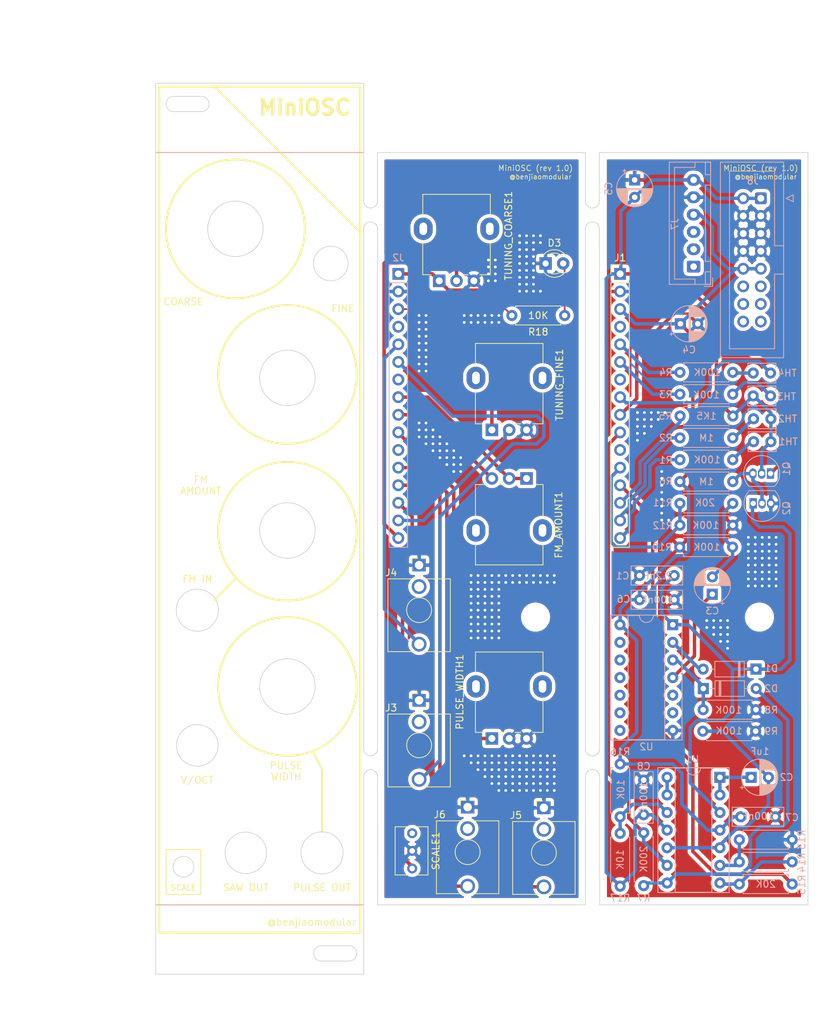
<source format=kicad_pcb>
(kicad_pcb (version 20171130) (host pcbnew 5.1.9+dfsg1-1~bpo10+1)
  (layers (0 F.Cu signal) (31 B.Cu signal) (34 B.Paste user) (35 F.Paste user) (36 B.SilkS user) (37 F.SilkS user) (38 B.Mask user) (39 F.Mask user) (44 Edge.Cuts user))
  (net 0 "")
  (net 1 Earth)
  (net 2 "Net-(C1-Pad1)")
  (net 3 "Net-(C2-Pad2)")
  (net 4 "Net-(C2-Pad1)")
  (net 5 "Net-(C3-Pad1)")
  (net 6 "Net-(C3-Pad2)")
  (net 7 +12V)
  (net 8 -12V)
  (net 9 "Net-(D1-Pad2)")
  (net 10 "Net-(D2-Pad2)")
  (net 11 "Net-(D2-Pad1)")
  (net 12 GND1)
  (net 13 "Net-(D3-Pad2)")
  (net 14 /FrontPanel/FP_FM_AMT_P2)
  (net 15 /FrontPanel/FP_FM_AMT_P3)
  (net 16 "Net-(J1-Pad16)")
  (net 17 "Net-(J1-Pad15)")
  (net 18 SCALE)
  (net 19 "Net-(J1-Pad6)")
  (net 20 "Net-(J1-Pad5)")
  (net 21 FP_12V_NEG)
  (net 22 /FrontPanel/FP_12V_POS)
  (net 23 /FrontPanel/FP_FM_IN)
  (net 24 /FrontPanel/FP_V_OCT_IN)
  (net 25 /FrontPanel/FP_SCALE)
  (net 26 /FrontPanel/FP_FINE)
  (net 27 /FrontPanel/FP_COARSE)
  (net 28 PULSE_OUT)
  (net 29 SAW_OUT)
  (net 30 /FrontPanel/FP_PULSE_WIDTH)
  (net 31 "Net-(Q1-Pad3)")
  (net 32 "Net-(R1-Pad1)")
  (net 33 "Net-(R2-Pad1)")
  (net 34 "Net-(R3-Pad1)")
  (net 35 "Net-(R4-Pad1)")
  (net 36 "Net-(R13-Pad1)")
  (net 37 "Net-(R14-Pad2)")
  (net 38 "Net-(R16-Pad1)")
  (net 39 "Net-(U1-Pad13)")
  (net 40 FM_AMT_P2)
  (net 41 FM_AMT_P3)
  (net 42 PULSE_WIDTH)
  (net 43 /FrontPanel/FP_SAW_OUT)
  (net 44 /FrontPanel/FP_PULSE_OUT)
  (net 45 "Net-(J8-Pad11)")
  (net 46 "Net-(J8-Pad13)")
  (net 47 "Net-(J8-Pad15)")
  (module Panelization:mouse-bite-2mm-slot (layer F.Cu) (at 71 64 90)
    (fp_text reference mouse-bite-2mm-slot hide)
    (fp_text value VAL** hide)
    (pad "" np_thru_hole circle (at 0 -0.75 90) (size 0.5 0.5) (drill 0.5) (layers *.Cu *.Mask))
    (pad "" np_thru_hole circle (at 0 0.75 90) (size 0.5 0.5) (drill 0.5) (layers *.Cu *.Mask))
    (pad "" np_thru_hole circle (at 0.75 -0.75 90) (size 0.5 0.5) (drill 0.5) (layers *.Cu *.Mask))
    (pad "" np_thru_hole circle (at -0.75 -0.75 90) (size 0.5 0.5) (drill 0.5) (layers *.Cu *.Mask))
    (pad "" np_thru_hole circle (at -0.75 0.75 90) (size 0.5 0.5) (drill 0.5) (layers *.Cu *.Mask))
    (pad "" np_thru_hole circle (at 0.75 0.75 90) (size 0.5 0.5) (drill 0.5) (layers *.Cu *.Mask))
  )
  (module Panelization:mouse-bite-2mm-slot (layer F.Cu) (at 103 64 90)
    (fp_text reference mouse-bite-2mm-slot hide)
    (fp_text value VAL** hide)
    (pad "" np_thru_hole circle (at 0 -0.75 90) (size 0.5 0.5) (drill 0.5) (layers *.Cu *.Mask))
    (pad "" np_thru_hole circle (at 0 0.75 90) (size 0.5 0.5) (drill 0.5) (layers *.Cu *.Mask))
    (pad "" np_thru_hole circle (at 0.75 -0.75 90) (size 0.5 0.5) (drill 0.5) (layers *.Cu *.Mask))
    (pad "" np_thru_hole circle (at -0.75 -0.75 90) (size 0.5 0.5) (drill 0.5) (layers *.Cu *.Mask))
    (pad "" np_thru_hole circle (at -0.75 0.75 90) (size 0.5 0.5) (drill 0.5) (layers *.Cu *.Mask))
    (pad "" np_thru_hole circle (at 0.75 0.75 90) (size 0.5 0.5) (drill 0.5) (layers *.Cu *.Mask))
  )
  (module MountingHole:MountingHole_3.2mm_M3 (layer F.Cu) (at 94.8 122)
    (fp_text reference REF** hide)
    (fp_text value MountingHole_3.2mm_M3)
    (pad 1 np_thru_hole circle (at 0 0) (size 3.2 3.2) (drill 3.2) (layers *.Cu *.Mask))
  )
  (module Panelization:mouse-bite-2mm-slot (layer F.Cu) (at 103 143 90)
    (fp_text reference mouse-bite-2mm-slot hide)
    (fp_text value VAL** hide)
    (pad "" np_thru_hole circle (at 0.75 0.75 90) (size 0.5 0.5) (drill 0.5) (layers *.Cu *.Mask))
    (pad "" np_thru_hole circle (at -0.75 0.75 90) (size 0.5 0.5) (drill 0.5) (layers *.Cu *.Mask))
    (pad "" np_thru_hole circle (at -0.75 -0.75 90) (size 0.5 0.5) (drill 0.5) (layers *.Cu *.Mask))
    (pad "" np_thru_hole circle (at 0.75 -0.75 90) (size 0.5 0.5) (drill 0.5) (layers *.Cu *.Mask))
    (pad "" np_thru_hole circle (at 0 0.75 90) (size 0.5 0.5) (drill 0.5) (layers *.Cu *.Mask))
    (pad "" np_thru_hole circle (at 0 -0.75 90) (size 0.5 0.5) (drill 0.5) (layers *.Cu *.Mask))
  )
  (module Panelization:mouse-bite-2mm-slot (layer F.Cu) (at 71 143 90)
    (fp_text reference mouse-bite-2mm-slot hide)
    (fp_text value VAL** hide)
    (pad "" np_thru_hole circle (at 0.75 0.75 90) (size 0.5 0.5) (drill 0.5) (layers *.Cu *.Mask))
    (pad "" np_thru_hole circle (at -0.75 0.75 90) (size 0.5 0.5) (drill 0.5) (layers *.Cu *.Mask))
    (pad "" np_thru_hole circle (at -0.75 -0.75 90) (size 0.5 0.5) (drill 0.5) (layers *.Cu *.Mask))
    (pad "" np_thru_hole circle (at 0.75 -0.75 90) (size 0.5 0.5) (drill 0.5) (layers *.Cu *.Mask))
    (pad "" np_thru_hole circle (at 0 0.75 90) (size 0.5 0.5) (drill 0.5) (layers *.Cu *.Mask))
    (pad "" np_thru_hole circle (at 0 -0.75 90) (size 0.5 0.5) (drill 0.5) (layers *.Cu *.Mask))
  )
  (module MountingHole:MountingHole_3.2mm_M3 (layer F.Cu) (at 127.1 122)
    (fp_text reference REF** hide)
    (fp_text value MountingHole_3.2mm_M3)
    (pad 1 np_thru_hole circle (at 0 0) (size 3.2 3.2) (drill 3.2) (layers *.Cu *.Mask))
  )
  (module Connector_PinSocket_2.54mm:PinSocket_1x16_P2.54mm_Vertical (layer B.Cu) (at 75 72.5 180)
    (fp_text reference J2 (at 0 2.33) (layer B.SilkS) (effects (justify mirror)))
    (fp_text value Conn_01x16_Male)
    (pad 16 thru_hole oval (at 0 -38.1 180) (size 1.7 1.7) (drill 1) (layers *.Cu *.Mask) (net 27 /FrontPanel/FP_COARSE))
    (pad 15 thru_hole oval (at 0 -35.56 180) (size 1.7 1.7) (drill 1) (layers *.Cu *.Mask) (net 26 /FrontPanel/FP_FINE))
    (pad 14 thru_hole oval (at 0 -33.02 180) (size 1.7 1.7) (drill 1) (layers *.Cu *.Mask) (net 25 /FrontPanel/FP_SCALE))
    (pad 13 thru_hole oval (at 0 -30.48 180) (size 1.7 1.7) (drill 1) (layers *.Cu *.Mask) (net 43 /FrontPanel/FP_SAW_OUT))
    (pad 12 thru_hole oval (at 0 -27.94 180) (size 1.7 1.7) (drill 1) (layers *.Cu *.Mask) (net 44 /FrontPanel/FP_PULSE_OUT))
    (pad 11 thru_hole oval (at 0 -25.4 180) (size 1.7 1.7) (drill 1) (layers *.Cu *.Mask))
    (pad 10 thru_hole oval (at 0 -22.86 180) (size 1.7 1.7) (drill 1) (layers *.Cu *.Mask) (net 30 /FrontPanel/FP_PULSE_WIDTH))
    (pad 9 thru_hole oval (at 0 -20.32 180) (size 1.7 1.7) (drill 1) (layers *.Cu *.Mask) (net 15 /FrontPanel/FP_FM_AMT_P3))
    (pad 8 thru_hole oval (at 0 -17.78 180) (size 1.7 1.7) (drill 1) (layers *.Cu *.Mask) (net 14 /FrontPanel/FP_FM_AMT_P2))
    (pad 7 thru_hole oval (at 0 -15.24 180) (size 1.7 1.7) (drill 1) (layers *.Cu *.Mask))
    (pad 6 thru_hole oval (at 0 -12.7 180) (size 1.7 1.7) (drill 1) (layers *.Cu *.Mask) (net 24 /FrontPanel/FP_V_OCT_IN))
    (pad 5 thru_hole oval (at 0 -10.16 180) (size 1.7 1.7) (drill 1) (layers *.Cu *.Mask) (net 23 /FrontPanel/FP_FM_IN))
    (pad 4 thru_hole oval (at 0 -7.62 180) (size 1.7 1.7) (drill 1) (layers *.Cu *.Mask))
    (pad 3 thru_hole oval (at 0 -5.08 180) (size 1.7 1.7) (drill 1) (layers *.Cu *.Mask) (net 22 /FrontPanel/FP_12V_POS))
    (pad 2 thru_hole oval (at 0 -2.54 180) (size 1.7 1.7) (drill 1) (layers *.Cu *.Mask) (net 12 GND1))
    (pad 1 thru_hole rect (at 0 0 180) (size 1.7 1.7) (drill 1) (layers *.Cu *.Mask) (net 21 FP_12V_NEG))
  )
  (module Potentiometer_THT:Potentiometer_Bourns_3266Y_Vertical (layer F.Cu) (at 77 158.25 270)
    (fp_text reference SCALE1 (at -2.54 -3.41 90) (layer F.SilkS))
    (fp_text value 1K)
    (pad 3 thru_hole circle (at -5.08 0 270) (size 1.44 1.44) (drill 0.8) (layers *.Cu *.Mask))
    (pad 2 thru_hole circle (at -2.54 0 270) (size 1.44 1.44) (drill 0.8) (layers *.Cu *.Mask) (net 12 GND1))
    (pad 1 thru_hole circle (at 0 0 270) (size 1.44 1.44) (drill 0.8) (layers *.Cu *.Mask) (net 25 /FrontPanel/FP_SCALE))
  )
  (module Capacitor_THT:C_Rect_L7.2mm_W2.5mm_P5.00mm_FKS2_FKP2_MKS2_MKP2 (layer B.Cu) (at 114.8 116 180)
    (fp_text reference C1 (at 7.45 -0.05) (layer B.SilkS) (effects (justify mirror)))
    (fp_text value 2.2nF (at 2.35 -0.05) (layer B.SilkS) (effects (justify mirror)))
    (pad 2 thru_hole circle (at 5 0 180) (size 1.6 1.6) (drill 0.8) (layers *.Cu *.Mask) (net 1 Earth))
    (pad 1 thru_hole circle (at 0 0 180) (size 1.6 1.6) (drill 0.8) (layers *.Cu *.Mask) (net 2 "Net-(C1-Pad1)"))
  )
  (module Capacitor_THT:CP_Radial_D5.0mm_P2.50mm (layer B.Cu) (at 125.9 145.1)
    (fp_text reference C2 (at 5.1 0) (layer B.SilkS) (effects (justify mirror)))
    (fp_text value 1uF (at 1.25 -3.75) (layer B.SilkS) (effects (justify mirror)))
    (pad 2 thru_hole circle (at 2.5 0) (size 1.6 1.6) (drill 0.8) (layers *.Cu *.Mask) (net 3 "Net-(C2-Pad2)"))
    (pad 1 thru_hole rect (at 0 0) (size 1.6 1.6) (drill 0.8) (layers *.Cu *.Mask) (net 4 "Net-(C2-Pad1)"))
  )
  (module Capacitor_THT:CP_Radial_D5.0mm_P2.50mm (layer B.Cu) (at 120.3 118.7 90)
    (fp_text reference C3 (at -2.4 0 180) (layer B.SilkS) (effects (justify mirror)))
    (fp_text value 1uF)
    (pad 1 thru_hole rect (at 0 0 90) (size 1.6 1.6) (drill 0.8) (layers *.Cu *.Mask) (net 5 "Net-(C3-Pad1)"))
    (pad 2 thru_hole circle (at 2.5 0 90) (size 1.6 1.6) (drill 0.8) (layers *.Cu *.Mask) (net 6 "Net-(C3-Pad2)"))
  )
  (module Capacitor_THT:C_Rect_L7.2mm_W2.5mm_P5.00mm_FKS2_FKP2_MKS2_MKP2 (layer B.Cu) (at 109.8 119.5)
    (fp_text reference C6 (at -2.3 -0.1) (layer B.SilkS) (effects (justify mirror)))
    (fp_text value 100nF (at 2.6 0) (layer B.SilkS) (effects (justify mirror)))
    (pad 1 thru_hole circle (at 0 0) (size 1.6 1.6) (drill 0.8) (layers *.Cu *.Mask) (net 7 +12V))
    (pad 2 thru_hole circle (at 5 0) (size 1.6 1.6) (drill 0.8) (layers *.Cu *.Mask) (net 1 Earth))
  )
  (module Capacitor_THT:C_Rect_L7.2mm_W2.5mm_P5.00mm_FKS2_FKP2_MKS2_MKP2 (layer B.Cu) (at 124.4 150.8)
    (fp_text reference C7 (at 7.4 0.1) (layer B.SilkS) (effects (justify mirror)))
    (fp_text value 100nF (at 2.5 -0.1) (layer B.SilkS) (effects (justify mirror)))
    (pad 1 thru_hole circle (at 0 0) (size 1.6 1.6) (drill 0.8) (layers *.Cu *.Mask) (net 7 +12V))
    (pad 2 thru_hole circle (at 5 0) (size 1.6 1.6) (drill 0.8) (layers *.Cu *.Mask) (net 1 Earth))
  )
  (module Capacitor_THT:C_Rect_L7.2mm_W2.5mm_P5.00mm_FKS2_FKP2_MKS2_MKP2 (layer B.Cu) (at 110.4 145.5 270)
    (fp_text reference C8 (at -2 0 180) (layer B.SilkS) (effects (justify mirror)))
    (fp_text value 100nF (at 2.5 0 90) (layer B.SilkS) (effects (justify mirror)))
    (pad 2 thru_hole circle (at 5 0 270) (size 1.6 1.6) (drill 0.8) (layers *.Cu *.Mask) (net 8 -12V))
    (pad 1 thru_hole circle (at 0 0 270) (size 1.6 1.6) (drill 0.8) (layers *.Cu *.Mask) (net 1 Earth))
  )
  (module Diode_THT:D_DO-35_SOD27_P7.62mm_Horizontal (layer B.Cu) (at 126.6 129.5 180)
    (fp_text reference D1 (at -2.2 0.1) (layer B.SilkS) (effects (justify mirror)))
    (fp_text value 1N4148)
    (pad 1 thru_hole rect (at 0 0 180) (size 1.6 1.6) (drill 0.8) (layers *.Cu *.Mask) (net 2 "Net-(C1-Pad1)"))
    (pad 2 thru_hole oval (at 7.62 0 180) (size 1.6 1.6) (drill 0.8) (layers *.Cu *.Mask) (net 9 "Net-(D1-Pad2)"))
  )
  (module Diode_THT:D_DO-35_SOD27_P7.62mm_Horizontal (layer B.Cu) (at 119 132.3)
    (fp_text reference D2 (at 9.8 0) (layer B.SilkS) (effects (justify mirror)))
    (fp_text value 1N4148)
    (pad 2 thru_hole oval (at 7.62 0) (size 1.6 1.6) (drill 0.8) (layers *.Cu *.Mask) (net 10 "Net-(D2-Pad2)"))
    (pad 1 thru_hole rect (at 0 0) (size 1.6 1.6) (drill 0.8) (layers *.Cu *.Mask) (net 11 "Net-(D2-Pad1)"))
  )
  (module LED_THT:LED_D3.0mm (layer F.Cu) (at 96.25 71)
    (fp_text reference D3 (at 1.27 -2.96) (layer F.SilkS))
    (fp_text value LED)
    (pad 1 thru_hole rect (at 0 0) (size 1.8 1.8) (drill 0.9) (layers *.Cu *.Mask) (net 12 GND1))
    (pad 2 thru_hole circle (at 2.54 0) (size 1.8 1.8) (drill 0.9) (layers *.Cu *.Mask) (net 13 "Net-(D3-Pad2)"))
  )
  (module Potentiometer_THT:Potentiometer_Alpha_RD901F-40-00D_Single_Vertical (layer F.Cu) (at 93.5 102 270)
    (fp_text reference FM_AMOUNT1 (at 6.71 -4.64 270) (layer F.SilkS))
    (fp_text value 1M)
    (pad 1 thru_hole rect (at 0 0) (size 1.8 1.8) (drill 1) (layers *.Cu *.Mask) (net 14 /FrontPanel/FP_FM_AMT_P2))
    (pad 2 thru_hole circle (at 0 2.5) (size 1.8 1.8) (drill 1) (layers *.Cu *.Mask) (net 14 /FrontPanel/FP_FM_AMT_P2))
    (pad 3 thru_hole circle (at 0 5) (size 1.8 1.8) (drill 1) (layers *.Cu *.Mask) (net 15 /FrontPanel/FP_FM_AMT_P3))
    (pad "" thru_hole oval (at 7.5 7.3) (size 2.72 3.24) (drill oval 1.1 1.8) (layers *.Cu *.Mask))
    (pad "" thru_hole oval (at 7.5 -2.3) (size 2.72 3.24) (drill oval 1.1 1.8) (layers *.Cu *.Mask))
  )
  (module Connector_Audio:Jack_3.5mm_QingPu_WQP-PJ398SM_Vertical_CircularHoles (layer F.Cu) (at 78 134)
    (fp_text reference J3 (at -4.03 1.08 180) (layer F.SilkS))
    (fp_text value V_OCT_IN)
    (pad TN thru_hole circle (at 0 3.1 180) (size 2.13 2.13) (drill 1.42) (layers *.Cu *.Mask))
    (pad S thru_hole rect (at 0 0 180) (size 1.93 1.83) (drill 1.22) (layers *.Cu *.Mask) (net 12 GND1))
    (pad T thru_hole circle (at 0 11.4 180) (size 2.13 2.13) (drill 1.43) (layers *.Cu *.Mask) (net 24 /FrontPanel/FP_V_OCT_IN))
  )
  (module Connector_Audio:Jack_3.5mm_QingPu_WQP-PJ398SM_Vertical_CircularHoles (layer F.Cu) (at 78 114.5)
    (fp_text reference J4 (at -4.03 1.08 180) (layer F.SilkS))
    (fp_text value FM_IN)
    (pad T thru_hole circle (at 0 11.4 180) (size 2.13 2.13) (drill 1.43) (layers *.Cu *.Mask) (net 23 /FrontPanel/FP_FM_IN))
    (pad S thru_hole rect (at 0 0 180) (size 1.93 1.83) (drill 1.22) (layers *.Cu *.Mask) (net 12 GND1))
    (pad TN thru_hole circle (at 0 3.1 180) (size 2.13 2.13) (drill 1.42) (layers *.Cu *.Mask))
  )
  (module Connector_Audio:Jack_3.5mm_QingPu_WQP-PJ398SM_Vertical_CircularHoles (layer F.Cu) (at 96 149.5)
    (fp_text reference J5 (at -4.03 1.08 180) (layer F.SilkS))
    (fp_text value PULSE_OUT)
    (pad TN thru_hole circle (at 0 3.1 180) (size 2.13 2.13) (drill 1.42) (layers *.Cu *.Mask))
    (pad S thru_hole rect (at 0 0 180) (size 1.93 1.83) (drill 1.22) (layers *.Cu *.Mask) (net 12 GND1))
    (pad T thru_hole circle (at 0 11.4 180) (size 2.13 2.13) (drill 1.43) (layers *.Cu *.Mask) (net 44 /FrontPanel/FP_PULSE_OUT))
  )
  (module Connector_Audio:Jack_3.5mm_QingPu_WQP-PJ398SM_Vertical_CircularHoles (layer F.Cu) (at 85 149.4)
    (fp_text reference J6 (at -4.03 1.08 180) (layer F.SilkS))
    (fp_text value SAW_OUT)
    (pad T thru_hole circle (at 0 11.4 180) (size 2.13 2.13) (drill 1.43) (layers *.Cu *.Mask) (net 43 /FrontPanel/FP_SAW_OUT))
    (pad S thru_hole rect (at 0 0 180) (size 1.93 1.83) (drill 1.22) (layers *.Cu *.Mask) (net 12 GND1))
    (pad TN thru_hole circle (at 0 3.1 180) (size 2.13 2.13) (drill 1.42) (layers *.Cu *.Mask))
  )
  (module Connector_JST:JST_XH_B6B-XH-A_1x06_P2.50mm_Vertical (layer B.Cu) (at 117.6 71.45 90)
    (fp_text reference J7 (at 6.15 -2.7 270) (layer B.SilkS) (effects (justify mirror)))
    (fp_text value JST_BUS)
    (pad 1 thru_hole roundrect (at 0 0 90) (size 1.7 1.95) (drill 0.95) (layers *.Cu *.Mask) (roundrect_rratio 0.1470588235294118))
    (pad 2 thru_hole oval (at 2.5 0 90) (size 1.7 1.95) (drill 0.95) (layers *.Cu *.Mask))
    (pad 3 thru_hole oval (at 5 0 90) (size 1.7 1.95) (drill 0.95) (layers *.Cu *.Mask))
    (pad 4 thru_hole oval (at 7.5 0 90) (size 1.7 1.95) (drill 0.95) (layers *.Cu *.Mask) (net 7 +12V))
    (pad 5 thru_hole oval (at 10 0 90) (size 1.7 1.95) (drill 0.95) (layers *.Cu *.Mask) (net 1 Earth))
    (pad 6 thru_hole oval (at 12.5 0 90) (size 1.7 1.95) (drill 0.95) (layers *.Cu *.Mask) (net 8 -12V))
  )
  (module Connector_IDC:IDC-Header_2x08_P2.54mm_Vertical (layer B.Cu) (at 127.3 61.6 180)
    (fp_text reference J8 (at 1.15 2.5) (layer B.SilkS) (effects (justify mirror)))
    (fp_text value IDC_BUS)
    (pad 1 thru_hole roundrect (at 0 0 180) (size 1.7 1.7) (drill 1) (layers *.Cu *.Mask) (roundrect_rratio 0.1470588235294118) (net 8 -12V))
    (pad 3 thru_hole circle (at 0 -2.54 180) (size 1.7 1.7) (drill 1) (layers *.Cu *.Mask) (net 1 Earth))
    (pad 5 thru_hole circle (at 0 -5.08 180) (size 1.7 1.7) (drill 1) (layers *.Cu *.Mask) (net 1 Earth))
    (pad 7 thru_hole circle (at 0 -7.62 180) (size 1.7 1.7) (drill 1) (layers *.Cu *.Mask) (net 1 Earth))
    (pad 9 thru_hole circle (at 0 -10.16 180) (size 1.7 1.7) (drill 1) (layers *.Cu *.Mask) (net 7 +12V))
    (pad 11 thru_hole circle (at 0 -12.7 180) (size 1.7 1.7) (drill 1) (layers *.Cu *.Mask) (net 45 "Net-(J8-Pad11)"))
    (pad 13 thru_hole circle (at 0 -15.24 180) (size 1.7 1.7) (drill 1) (layers *.Cu *.Mask) (net 46 "Net-(J8-Pad13)"))
    (pad 15 thru_hole circle (at 0 -17.78 180) (size 1.7 1.7) (drill 1) (layers *.Cu *.Mask) (net 47 "Net-(J8-Pad15)"))
    (pad 2 thru_hole circle (at 2.54 0 180) (size 1.7 1.7) (drill 1) (layers *.Cu *.Mask) (net 8 -12V))
    (pad 4 thru_hole circle (at 2.54 -2.54 180) (size 1.7 1.7) (drill 1) (layers *.Cu *.Mask) (net 1 Earth))
    (pad 6 thru_hole circle (at 2.54 -5.08 180) (size 1.7 1.7) (drill 1) (layers *.Cu *.Mask) (net 1 Earth))
    (pad 8 thru_hole circle (at 2.54 -7.62 180) (size 1.7 1.7) (drill 1) (layers *.Cu *.Mask) (net 1 Earth))
    (pad 10 thru_hole circle (at 2.54 -10.16 180) (size 1.7 1.7) (drill 1) (layers *.Cu *.Mask) (net 7 +12V))
    (pad 12 thru_hole circle (at 2.54 -12.7 180) (size 1.7 1.7) (drill 1) (layers *.Cu *.Mask) (net 45 "Net-(J8-Pad11)"))
    (pad 14 thru_hole circle (at 2.54 -15.24 180) (size 1.7 1.7) (drill 1) (layers *.Cu *.Mask) (net 46 "Net-(J8-Pad13)"))
    (pad 16 thru_hole circle (at 2.54 -17.78 180) (size 1.7 1.7) (drill 1) (layers *.Cu *.Mask) (net 47 "Net-(J8-Pad15)"))
  )
  (module Potentiometer_THT:Potentiometer_Alpha_RD901F-40-00D_Single_Vertical (layer F.Cu) (at 88.5 139.5 90)
    (fp_text reference PULSE_WIDTH1 (at 6.71 -4.64 270) (layer F.SilkS))
    (fp_text value 100K)
    (pad 1 thru_hole rect (at 0 0 180) (size 1.8 1.8) (drill 1) (layers *.Cu *.Mask) (net 30 /FrontPanel/FP_PULSE_WIDTH))
    (pad 2 thru_hole circle (at 0 2.5 180) (size 1.8 1.8) (drill 1) (layers *.Cu *.Mask) (net 12 GND1))
    (pad 3 thru_hole circle (at 0 5 180) (size 1.8 1.8) (drill 1) (layers *.Cu *.Mask) (net 12 GND1))
    (pad "" thru_hole oval (at 7.5 7.3 180) (size 2.72 3.24) (drill oval 1.1 1.8) (layers *.Cu *.Mask))
    (pad "" thru_hole oval (at 7.5 -2.3 180) (size 2.72 3.24) (drill oval 1.1 1.8) (layers *.Cu *.Mask))
  )
  (module Package_TO_SOT_THT:TO-92_Inline (layer B.Cu) (at 128.7 101.3 180)
    (fp_text reference Q1 (at -2.3 0.7 90) (layer B.SilkS) (effects (justify mirror)))
    (fp_text value BC558)
    (pad 1 thru_hole rect (at 0 0 180) (size 1.05 1.5) (drill 0.75) (layers *.Cu *.Mask) (net 8 -12V))
    (pad 3 thru_hole oval (at 2.54 0 180) (size 1.05 1.5) (drill 0.75) (layers *.Cu *.Mask) (net 31 "Net-(Q1-Pad3)"))
    (pad 2 thru_hole oval (at 1.27 0 180) (size 1.05 1.5) (drill 0.75) (layers *.Cu *.Mask) (net 41 FM_AMT_P3))
  )
  (module Package_TO_SOT_THT:TO-92_Inline (layer B.Cu) (at 126.2 105.6)
    (fp_text reference Q2 (at 4.8 0.7 270) (layer B.SilkS) (effects (justify mirror)))
    (fp_text value BC548)
    (pad 2 thru_hole oval (at 1.27 0) (size 1.05 1.5) (drill 0.75) (layers *.Cu *.Mask) (net 31 "Net-(Q1-Pad3)"))
    (pad 3 thru_hole oval (at 2.54 0) (size 1.05 1.5) (drill 0.75) (layers *.Cu *.Mask) (net 1 Earth))
    (pad 1 thru_hole rect (at 0 0) (size 1.05 1.5) (drill 0.75) (layers *.Cu *.Mask) (net 2 "Net-(C1-Pad1)"))
  )
  (module Resistor_THT:R_Axial_DIN0207_L6.3mm_D2.5mm_P7.62mm_Horizontal (layer B.Cu) (at 123.25 99.3 180)
    (fp_text reference R1 (at 9.65 -0.05) (layer B.SilkS) (effects (justify mirror)))
    (fp_text value 100K (at 3.7 0) (layer B.SilkS) (effects (justify mirror)))
    (pad 1 thru_hole circle (at 0 0 180) (size 1.6 1.6) (drill 0.8) (layers *.Cu *.Mask) (net 32 "Net-(R1-Pad1)"))
    (pad 2 thru_hole oval (at 7.62 0 180) (size 1.6 1.6) (drill 0.8) (layers *.Cu *.Mask) (net 16 "Net-(J1-Pad16)"))
  )
  (module Resistor_THT:R_Axial_DIN0207_L6.3mm_D2.5mm_P7.62mm_Horizontal (layer B.Cu) (at 123.25 96.15 180)
    (fp_text reference R2 (at 9.65 0) (layer B.SilkS) (effects (justify mirror)))
    (fp_text value 1M (at 3.8 0) (layer B.SilkS) (effects (justify mirror)))
    (pad 2 thru_hole oval (at 7.62 0 180) (size 1.6 1.6) (drill 0.8) (layers *.Cu *.Mask) (net 17 "Net-(J1-Pad15)"))
    (pad 1 thru_hole circle (at 0 0 180) (size 1.6 1.6) (drill 0.8) (layers *.Cu *.Mask) (net 33 "Net-(R2-Pad1)"))
  )
  (module Resistor_THT:R_Axial_DIN0207_L6.3mm_D2.5mm_P7.62mm_Horizontal (layer B.Cu) (at 123.25 89.85 180)
    (fp_text reference R3 (at 9.65 -0.05) (layer B.SilkS) (effects (justify mirror)))
    (fp_text value 100K (at 3.81 -0.1) (layer B.SilkS) (effects (justify mirror)))
    (pad 2 thru_hole oval (at 7.62 0 180) (size 1.6 1.6) (drill 0.8) (layers *.Cu *.Mask) (net 19 "Net-(J1-Pad6)"))
    (pad 1 thru_hole circle (at 0 0 180) (size 1.6 1.6) (drill 0.8) (layers *.Cu *.Mask) (net 34 "Net-(R3-Pad1)"))
  )
  (module Resistor_THT:R_Axial_DIN0207_L6.3mm_D2.5mm_P7.62mm_Horizontal (layer B.Cu) (at 123.25 86.7 180)
    (fp_text reference R4 (at 9.65 0) (layer B.SilkS) (effects (justify mirror)))
    (fp_text value 100K (at 3.7 0) (layer B.SilkS) (effects (justify mirror)))
    (pad 1 thru_hole circle (at 0 0 180) (size 1.6 1.6) (drill 0.8) (layers *.Cu *.Mask) (net 35 "Net-(R4-Pad1)"))
    (pad 2 thru_hole oval (at 7.62 0 180) (size 1.6 1.6) (drill 0.8) (layers *.Cu *.Mask) (net 20 "Net-(J1-Pad5)"))
  )
  (module Resistor_THT:R_Axial_DIN0207_L6.3mm_D2.5mm_P7.62mm_Horizontal (layer B.Cu) (at 115.65 93)
    (fp_text reference R5 (at -2.1 0) (layer B.SilkS) (effects (justify mirror)))
    (fp_text value 1K5 (at 3.8 0) (layer B.SilkS) (effects (justify mirror)))
    (pad 2 thru_hole oval (at 7.62 0) (size 1.6 1.6) (drill 0.8) (layers *.Cu *.Mask) (net 41 FM_AMT_P3))
    (pad 1 thru_hole circle (at 0 0) (size 1.6 1.6) (drill 0.8) (layers *.Cu *.Mask) (net 18 SCALE))
  )
  (module Resistor_THT:R_Axial_DIN0207_L6.3mm_D2.5mm_P7.62mm_Horizontal (layer B.Cu) (at 123.25 102.45 180)
    (fp_text reference R6 (at 9.65 0.05) (layer B.SilkS) (effects (justify mirror)))
    (fp_text value 1M (at 3.81 0) (layer B.SilkS) (effects (justify mirror)))
    (pad 1 thru_hole circle (at 0 0 180) (size 1.6 1.6) (drill 0.8) (layers *.Cu *.Mask) (net 31 "Net-(Q1-Pad3)"))
    (pad 2 thru_hole oval (at 7.62 0 180) (size 1.6 1.6) (drill 0.8) (layers *.Cu *.Mask) (net 7 +12V))
  )
  (module Resistor_THT:R_Axial_DIN0207_L6.3mm_D2.5mm_P7.62mm_Horizontal (layer B.Cu) (at 110.4 153.1 270)
    (fp_text reference R7 (at 9.4 0) (layer B.SilkS) (effects (justify mirror)))
    (fp_text value 200K (at 3.8 0 90) (layer B.SilkS) (effects (justify mirror)))
    (pad 1 thru_hole circle (at 0 0 270) (size 1.6 1.6) (drill 0.8) (layers *.Cu *.Mask) (net 42 PULSE_WIDTH))
    (pad 2 thru_hole oval (at 7.62 0 270) (size 1.6 1.6) (drill 0.8) (layers *.Cu *.Mask) (net 10 "Net-(D2-Pad2)"))
  )
  (module Resistor_THT:R_Axial_DIN0207_L6.3mm_D2.5mm_P7.62mm_Horizontal (layer B.Cu) (at 126.6 135.35 180)
    (fp_text reference R8 (at -2.2 -0.05) (layer B.SilkS) (effects (justify mirror)))
    (fp_text value 100K (at 3.95 -0.05) (layer B.SilkS) (effects (justify mirror)))
    (pad 2 thru_hole oval (at 7.62 0 180) (size 1.6 1.6) (drill 0.8) (layers *.Cu *.Mask) (net 11 "Net-(D2-Pad1)"))
    (pad 1 thru_hole circle (at 0 0 180) (size 1.6 1.6) (drill 0.8) (layers *.Cu *.Mask) (net 1 Earth))
  )
  (module Resistor_THT:R_Axial_DIN0207_L6.3mm_D2.5mm_P7.62mm_Horizontal (layer B.Cu) (at 126.55 138.45 180)
    (fp_text reference R9 (at -2.25 0) (layer B.SilkS) (effects (justify mirror)))
    (fp_text value 100K (at 3.85 0.05) (layer B.SilkS) (effects (justify mirror)))
    (pad 1 thru_hole circle (at 0 0 180) (size 1.6 1.6) (drill 0.8) (layers *.Cu *.Mask) (net 1 Earth))
    (pad 2 thru_hole oval (at 7.62 0 180) (size 1.6 1.6) (drill 0.8) (layers *.Cu *.Mask) (net 3 "Net-(C2-Pad2)"))
  )
  (module Resistor_THT:R_Axial_DIN0207_L6.3mm_D2.5mm_P7.62mm_Horizontal (layer B.Cu) (at 115.6 111.9)
    (fp_text reference R10 (at -2.55 0) (layer B.SilkS) (effects (justify mirror)))
    (fp_text value 100K (at 3.9 0) (layer B.SilkS) (effects (justify mirror)))
    (pad 1 thru_hole circle (at 0 0) (size 1.6 1.6) (drill 0.8) (layers *.Cu *.Mask) (net 1 Earth))
    (pad 2 thru_hole oval (at 7.62 0) (size 1.6 1.6) (drill 0.8) (layers *.Cu *.Mask) (net 6 "Net-(C3-Pad2)"))
  )
  (module Resistor_THT:R_Axial_DIN0207_L6.3mm_D2.5mm_P7.62mm_Horizontal (layer B.Cu) (at 123.25 105.6 180)
    (fp_text reference R11 (at 10.1 0.1) (layer B.SilkS) (effects (justify mirror)))
    (fp_text value 20K (at 4 0.1) (layer B.SilkS) (effects (justify mirror)))
    (pad 2 thru_hole oval (at 7.62 0 180) (size 1.6 1.6) (drill 0.8) (layers *.Cu *.Mask) (net 28 PULSE_OUT))
    (pad 1 thru_hole circle (at 0 0 180) (size 1.6 1.6) (drill 0.8) (layers *.Cu *.Mask) (net 6 "Net-(C3-Pad2)"))
  )
  (module Resistor_THT:R_Axial_DIN0207_L6.3mm_D2.5mm_P7.62mm_Horizontal (layer B.Cu) (at 123.25 108.75 180)
    (fp_text reference R12 (at 10.1 -0.05) (layer B.SilkS) (effects (justify mirror)))
    (fp_text value 100K (at 3.9 0) (layer B.SilkS) (effects (justify mirror)))
    (pad 1 thru_hole circle (at 0 0 180) (size 1.6 1.6) (drill 0.8) (layers *.Cu *.Mask) (net 1 Earth))
    (pad 2 thru_hole oval (at 7.62 0 180) (size 1.6 1.6) (drill 0.8) (layers *.Cu *.Mask) (net 28 PULSE_OUT))
  )
  (module Resistor_THT:R_Axial_DIN0207_L6.3mm_D2.5mm_P7.62mm_Horizontal (layer B.Cu) (at 124.2 154.1)
    (fp_text reference R13 (at 9 0 90) (layer B.SilkS) (effects (justify mirror)))
    (fp_text value 33K)
    (pad 1 thru_hole circle (at 0 0) (size 1.6 1.6) (drill 0.8) (layers *.Cu *.Mask) (net 36 "Net-(R13-Pad1)"))
    (pad 2 thru_hole oval (at 7.62 0) (size 1.6 1.6) (drill 0.8) (layers *.Cu *.Mask) (net 1 Earth))
  )
  (module Resistor_THT:R_Axial_DIN0207_L6.3mm_D2.5mm_P7.62mm_Horizontal (layer B.Cu) (at 124.2 157.3)
    (fp_text reference R14 (at 9 0.1 270) (layer B.SilkS) (effects (justify mirror)))
    (fp_text value 100K)
    (pad 2 thru_hole oval (at 7.62 0) (size 1.6 1.6) (drill 0.8) (layers *.Cu *.Mask) (net 37 "Net-(R14-Pad2)"))
    (pad 1 thru_hole circle (at 0 0) (size 1.6 1.6) (drill 0.8) (layers *.Cu *.Mask) (net 36 "Net-(R13-Pad1)"))
  )
  (module Resistor_THT:R_Axial_DIN0207_L6.3mm_D2.5mm_P7.62mm_Horizontal (layer B.Cu) (at 124.2 160.5)
    (fp_text reference R15 (at 9 0.1 90) (layer B.SilkS) (effects (justify mirror)))
    (fp_text value 20K (at 3.81 0) (layer B.SilkS) (effects (justify mirror)))
    (pad 2 thru_hole oval (at 7.62 0) (size 1.6 1.6) (drill 0.8) (layers *.Cu *.Mask) (net 29 SAW_OUT))
    (pad 1 thru_hole circle (at 0 0) (size 1.6 1.6) (drill 0.8) (layers *.Cu *.Mask) (net 37 "Net-(R14-Pad2)"))
  )
  (module Resistor_THT:R_Axial_DIN0207_L6.3mm_D2.5mm_P7.62mm_Horizontal (layer B.Cu) (at 107 150.8 90)
    (fp_text reference R16 (at 9.4 0 180) (layer B.SilkS) (effects (justify mirror)))
    (fp_text value 10K (at 3.9 0.1 90) (layer B.SilkS) (effects (justify mirror)))
    (pad 2 thru_hole oval (at 7.62 0 90) (size 1.6 1.6) (drill 0.8) (layers *.Cu *.Mask) (net 7 +12V))
    (pad 1 thru_hole circle (at 0 0 90) (size 1.6 1.6) (drill 0.8) (layers *.Cu *.Mask) (net 38 "Net-(R16-Pad1)"))
  )
  (module Resistor_THT:R_Axial_DIN0207_L6.3mm_D2.5mm_P7.62mm_Horizontal (layer B.Cu) (at 107 160.8 90)
    (fp_text reference R17 (at -1.7 0) (layer B.SilkS) (effects (justify mirror)))
    (fp_text value 10K (at 3.81 0 90) (layer B.SilkS) (effects (justify mirror)))
    (pad 1 thru_hole circle (at 0 0 90) (size 1.6 1.6) (drill 0.8) (layers *.Cu *.Mask) (net 8 -12V))
    (pad 2 thru_hole oval (at 7.62 0 90) (size 1.6 1.6) (drill 0.8) (layers *.Cu *.Mask) (net 38 "Net-(R16-Pad1)"))
  )
  (module Resistor_THT:R_Axial_DIN0207_L6.3mm_D2.5mm_P7.62mm_Horizontal (layer F.Cu) (at 99 78.5 180)
    (fp_text reference R18 (at 3.81 -2.37) (layer F.SilkS))
    (fp_text value 10K (at 3.81 0) (layer F.SilkS))
    (pad 2 thru_hole oval (at 7.62 0 180) (size 1.6 1.6) (drill 0.8) (layers *.Cu *.Mask) (net 22 /FrontPanel/FP_12V_POS))
    (pad 1 thru_hole circle (at 0 0 180) (size 1.6 1.6) (drill 0.8) (layers *.Cu *.Mask) (net 13 "Net-(D3-Pad2)"))
  )
  (module Capacitor_THT:C_Disc_D3.8mm_W2.6mm_P2.50mm (layer B.Cu) (at 128.75 96.7 180)
    (fp_text reference TH1 (at -2.5 0) (layer B.SilkS) (effects (justify mirror)))
    (fp_text value "10K NTC")
    (pad 2 thru_hole circle (at 2.5 0 180) (size 1.6 1.6) (drill 0.8) (layers *.Cu *.Mask) (net 32 "Net-(R1-Pad1)"))
    (pad 1 thru_hole circle (at 0 0 180) (size 1.6 1.6) (drill 0.8) (layers *.Cu *.Mask) (net 41 FM_AMT_P3))
  )
  (module Capacitor_THT:C_Disc_D3.8mm_W2.6mm_P2.50mm (layer B.Cu) (at 128.75 93.4 180)
    (fp_text reference TH2 (at -2.4 0) (layer B.SilkS) (effects (justify mirror)))
    (fp_text value "10K NTC")
    (pad 1 thru_hole circle (at 0 0 180) (size 1.6 1.6) (drill 0.8) (layers *.Cu *.Mask) (net 41 FM_AMT_P3))
    (pad 2 thru_hole circle (at 2.5 0 180) (size 1.6 1.6) (drill 0.8) (layers *.Cu *.Mask) (net 33 "Net-(R2-Pad1)"))
  )
  (module Capacitor_THT:C_Disc_D3.8mm_W2.6mm_P2.50mm (layer B.Cu) (at 126.2 90.1)
    (fp_text reference TH3 (at 4.8 0.1) (layer B.SilkS) (effects (justify mirror)))
    (fp_text value "10K NTC")
    (pad 2 thru_hole circle (at 2.5 0) (size 1.6 1.6) (drill 0.8) (layers *.Cu *.Mask) (net 34 "Net-(R3-Pad1)"))
    (pad 1 thru_hole circle (at 0 0) (size 1.6 1.6) (drill 0.8) (layers *.Cu *.Mask) (net 41 FM_AMT_P3))
  )
  (module Capacitor_THT:C_Disc_D3.8mm_W2.6mm_P2.50mm (layer B.Cu) (at 128.7 86.8 180)
    (fp_text reference TH4 (at -2.4 0) (layer B.SilkS) (effects (justify mirror)))
    (fp_text value "10K NTC")
    (pad 1 thru_hole circle (at 0 0 180) (size 1.6 1.6) (drill 0.8) (layers *.Cu *.Mask) (net 40 FM_AMT_P2))
    (pad 2 thru_hole circle (at 2.5 0 180) (size 1.6 1.6) (drill 0.8) (layers *.Cu *.Mask) (net 35 "Net-(R4-Pad1)"))
  )
  (module Potentiometer_THT:Potentiometer_Alpha_RD901F-40-00D_Single_Vertical (layer F.Cu) (at 80.9 73.5 90)
    (fp_text reference TUNING_COARSE1 (at 6.5 10 270) (layer F.SilkS))
    (fp_text value 100K)
    (pad "" thru_hole oval (at 7.5 -2.3 180) (size 2.72 3.24) (drill oval 1.1 1.8) (layers *.Cu *.Mask))
    (pad "" thru_hole oval (at 7.5 7.3 180) (size 2.72 3.24) (drill oval 1.1 1.8) (layers *.Cu *.Mask))
    (pad 3 thru_hole circle (at 0 5 180) (size 1.8 1.8) (drill 1) (layers *.Cu *.Mask) (net 12 GND1))
    (pad 2 thru_hole circle (at 0 2.5 180) (size 1.8 1.8) (drill 1) (layers *.Cu *.Mask) (net 27 /FrontPanel/FP_COARSE))
    (pad 1 thru_hole rect (at 0 0 180) (size 1.8 1.8) (drill 1) (layers *.Cu *.Mask) (net 21 FP_12V_NEG))
  )
  (module Potentiometer_THT:Potentiometer_Alpha_RD901F-40-00D_Single_Vertical (layer F.Cu) (at 88.5 95 90)
    (fp_text reference TUNING_FINE1 (at 6.5 9.75 270) (layer F.SilkS))
    (fp_text value 100K)
    (pad "" thru_hole oval (at 7.5 -2.3 180) (size 2.72 3.24) (drill oval 1.1 1.8) (layers *.Cu *.Mask))
    (pad "" thru_hole oval (at 7.5 7.3 180) (size 2.72 3.24) (drill oval 1.1 1.8) (layers *.Cu *.Mask))
    (pad 3 thru_hole circle (at 0 5 180) (size 1.8 1.8) (drill 1) (layers *.Cu *.Mask) (net 12 GND1))
    (pad 2 thru_hole circle (at 0 2.5 180) (size 1.8 1.8) (drill 1) (layers *.Cu *.Mask) (net 26 /FrontPanel/FP_FINE))
    (pad 1 thru_hole rect (at 0 0 180) (size 1.8 1.8) (drill 1) (layers *.Cu *.Mask) (net 21 FP_12V_NEG))
  )
  (module Package_DIP:DIP-14_W7.62mm_Socket (layer B.Cu) (at 121.4 145.1 180)
    (fp_text reference U1 (at 4 2.6) (layer B.SilkS) (effects (justify mirror)))
    (fp_text value TL074)
    (pad 14 thru_hole oval (at 7.62 0 180) (size 1.6 1.6) (drill 0.8) (layers *.Cu *.Mask) (net 39 "Net-(U1-Pad13)"))
    (pad 7 thru_hole oval (at 0 -15.24 180) (size 1.6 1.6) (drill 0.8) (layers *.Cu *.Mask) (net 37 "Net-(R14-Pad2)"))
    (pad 13 thru_hole oval (at 7.62 -2.54 180) (size 1.6 1.6) (drill 0.8) (layers *.Cu *.Mask) (net 39 "Net-(U1-Pad13)"))
    (pad 6 thru_hole oval (at 0 -12.7 180) (size 1.6 1.6) (drill 0.8) (layers *.Cu *.Mask) (net 36 "Net-(R13-Pad1)"))
    (pad 12 thru_hole oval (at 7.62 -5.08 180) (size 1.6 1.6) (drill 0.8) (layers *.Cu *.Mask) (net 38 "Net-(R16-Pad1)"))
    (pad 5 thru_hole oval (at 0 -10.16 180) (size 1.6 1.6) (drill 0.8) (layers *.Cu *.Mask) (net 3 "Net-(C2-Pad2)"))
    (pad 11 thru_hole oval (at 7.62 -7.62 180) (size 1.6 1.6) (drill 0.8) (layers *.Cu *.Mask) (net 8 -12V))
    (pad 4 thru_hole oval (at 0 -7.62 180) (size 1.6 1.6) (drill 0.8) (layers *.Cu *.Mask) (net 7 +12V))
    (pad 10 thru_hole oval (at 7.62 -10.16 180) (size 1.6 1.6) (drill 0.8) (layers *.Cu *.Mask) (net 3 "Net-(C2-Pad2)"))
    (pad 3 thru_hole oval (at 0 -5.08 180) (size 1.6 1.6) (drill 0.8) (layers *.Cu *.Mask) (net 2 "Net-(C1-Pad1)"))
    (pad 9 thru_hole oval (at 7.62 -12.7 180) (size 1.6 1.6) (drill 0.8) (layers *.Cu *.Mask) (net 42 PULSE_WIDTH))
    (pad 2 thru_hole oval (at 0 -2.54 180) (size 1.6 1.6) (drill 0.8) (layers *.Cu *.Mask) (net 4 "Net-(C2-Pad1)"))
    (pad 8 thru_hole oval (at 7.62 -15.24 180) (size 1.6 1.6) (drill 0.8) (layers *.Cu *.Mask) (net 10 "Net-(D2-Pad2)"))
    (pad 1 thru_hole rect (at 0 0 180) (size 1.6 1.6) (drill 0.8) (layers *.Cu *.Mask) (net 4 "Net-(C2-Pad1)"))
  )
  (module Package_DIP:DIP-14_W7.62mm_Socket (layer B.Cu) (at 114.6 123.1 180)
    (fp_text reference U2 (at 3.8 -17.6) (layer B.SilkS) (effects (justify mirror)))
    (fp_text value 40106)
    (pad 1 thru_hole rect (at 0 0 180) (size 1.6 1.6) (drill 0.8) (layers *.Cu *.Mask) (net 2 "Net-(C1-Pad1)"))
    (pad 8 thru_hole oval (at 7.62 -15.24 180) (size 1.6 1.6) (drill 0.8) (layers *.Cu *.Mask))
    (pad 2 thru_hole oval (at 0 -2.54 180) (size 1.6 1.6) (drill 0.8) (layers *.Cu *.Mask) (net 9 "Net-(D1-Pad2)"))
    (pad 9 thru_hole oval (at 7.62 -12.7 180) (size 1.6 1.6) (drill 0.8) (layers *.Cu *.Mask))
    (pad 3 thru_hole oval (at 0 -5.08 180) (size 1.6 1.6) (drill 0.8) (layers *.Cu *.Mask) (net 11 "Net-(D2-Pad1)"))
    (pad 10 thru_hole oval (at 7.62 -10.16 180) (size 1.6 1.6) (drill 0.8) (layers *.Cu *.Mask))
    (pad 4 thru_hole oval (at 0 -7.62 180) (size 1.6 1.6) (drill 0.8) (layers *.Cu *.Mask) (net 5 "Net-(C3-Pad1)"))
    (pad 11 thru_hole oval (at 7.62 -7.62 180) (size 1.6 1.6) (drill 0.8) (layers *.Cu *.Mask))
    (pad 5 thru_hole oval (at 0 -10.16 180) (size 1.6 1.6) (drill 0.8) (layers *.Cu *.Mask))
    (pad 12 thru_hole oval (at 7.62 -5.08 180) (size 1.6 1.6) (drill 0.8) (layers *.Cu *.Mask))
    (pad 6 thru_hole oval (at 0 -12.7 180) (size 1.6 1.6) (drill 0.8) (layers *.Cu *.Mask))
    (pad 13 thru_hole oval (at 7.62 -2.54 180) (size 1.6 1.6) (drill 0.8) (layers *.Cu *.Mask))
    (pad 7 thru_hole oval (at 0 -15.24 180) (size 1.6 1.6) (drill 0.8) (layers *.Cu *.Mask) (net 1 Earth))
    (pad 14 thru_hole oval (at 7.62 0 180) (size 1.6 1.6) (drill 0.8) (layers *.Cu *.Mask) (net 7 +12V))
  )
  (module Connector_PinHeader_2.54mm:PinHeader_1x16_P2.54mm_Vertical (layer F.Cu) (at 107 72.5)
    (fp_text reference J1 (at 0 -2.33) (layer F.SilkS))
    (fp_text value Conn_01x16_Female)
    (pad 1 thru_hole rect (at 0 0) (size 1.7 1.7) (drill 1) (layers *.Cu *.Mask) (net 8 -12V))
    (pad 2 thru_hole oval (at 0 2.54) (size 1.7 1.7) (drill 1) (layers *.Cu *.Mask) (net 1 Earth))
    (pad 3 thru_hole oval (at 0 5.08) (size 1.7 1.7) (drill 1) (layers *.Cu *.Mask) (net 7 +12V))
    (pad 4 thru_hole oval (at 0 7.62) (size 1.7 1.7) (drill 1) (layers *.Cu *.Mask))
    (pad 5 thru_hole oval (at 0 10.16) (size 1.7 1.7) (drill 1) (layers *.Cu *.Mask) (net 20 "Net-(J1-Pad5)"))
    (pad 6 thru_hole oval (at 0 12.7) (size 1.7 1.7) (drill 1) (layers *.Cu *.Mask) (net 19 "Net-(J1-Pad6)"))
    (pad 7 thru_hole oval (at 0 15.24) (size 1.7 1.7) (drill 1) (layers *.Cu *.Mask))
    (pad 8 thru_hole oval (at 0 17.78) (size 1.7 1.7) (drill 1) (layers *.Cu *.Mask) (net 40 FM_AMT_P2))
    (pad 9 thru_hole oval (at 0 20.32) (size 1.7 1.7) (drill 1) (layers *.Cu *.Mask) (net 41 FM_AMT_P3))
    (pad 10 thru_hole oval (at 0 22.86) (size 1.7 1.7) (drill 1) (layers *.Cu *.Mask) (net 42 PULSE_WIDTH))
    (pad 11 thru_hole oval (at 0 25.4) (size 1.7 1.7) (drill 1) (layers *.Cu *.Mask))
    (pad 12 thru_hole oval (at 0 27.94) (size 1.7 1.7) (drill 1) (layers *.Cu *.Mask) (net 28 PULSE_OUT))
    (pad 13 thru_hole oval (at 0 30.48) (size 1.7 1.7) (drill 1) (layers *.Cu *.Mask) (net 29 SAW_OUT))
    (pad 14 thru_hole oval (at 0 33.02) (size 1.7 1.7) (drill 1) (layers *.Cu *.Mask) (net 18 SCALE))
    (pad 15 thru_hole oval (at 0 35.56) (size 1.7 1.7) (drill 1) (layers *.Cu *.Mask) (net 17 "Net-(J1-Pad15)"))
    (pad 16 thru_hole oval (at 0 38.1) (size 1.7 1.7) (drill 1) (layers *.Cu *.Mask) (net 16 "Net-(J1-Pad16)"))
  )
  (module Capacitor_THT:CP_Radial_D5.0mm_P2.50mm (layer B.Cu) (at 115.7 79.7)
    (fp_text reference C4 (at 1.25 3.75) (layer B.SilkS) (effects (justify mirror)))
    (fp_text value 100uF)
    (pad 2 thru_hole circle (at 2.5 0) (size 1.6 1.6) (drill 0.8) (layers *.Cu *.Mask) (net 1 Earth))
    (pad 1 thru_hole rect (at 0 0) (size 1.6 1.6) (drill 0.8) (layers *.Cu *.Mask) (net 7 +12V))
  )
  (module Capacitor_THT:CP_Radial_D5.0mm_P2.50mm (layer B.Cu) (at 109.1 58.95 270)
    (fp_text reference C5 (at 1.25 3.75 90) (layer B.SilkS) (effects (justify mirror)))
    (fp_text value 100uF)
    (pad 1 thru_hole rect (at 0 0 270) (size 1.6 1.6) (drill 0.8) (layers *.Cu *.Mask) (net 1 Earth))
    (pad 2 thru_hole circle (at 2.5 0 270) (size 1.6 1.6) (drill 0.8) (layers *.Cu *.Mask) (net 8 -12V))
  )
  (gr_arc (start 71 66) (end 72 66) (angle -180) (layer Edge.Cuts) (width 0.1))
  (gr_arc (start 71 62) (end 70 62) (angle -180) (layer Edge.Cuts) (width 0.1))
  (gr_line (start 70 45) (end 70 62) (layer Edge.Cuts) (width 0.1))
  (gr_line (start 72 62) (end 72 55) (layer Edge.Cuts) (width 0.1))
  (gr_arc (start 103 66) (end 104 66) (angle -180) (layer Edge.Cuts) (width 0.1))
  (gr_arc (start 103 62) (end 102 62) (angle -180) (layer Edge.Cuts) (width 0.1))
  (gr_line (start 102 55) (end 102 62) (layer Edge.Cuts) (width 0.1))
  (gr_line (start 104 62) (end 104 55) (layer Edge.Cuts) (width 0.1))
  (gr_text @benjiaomodular (at 128 58.5) (layer F.SilkS) (effects (font (size 0.7 0.7) (thickness 0.1))))
  (gr_text @benjiaomodular (at 95.5 58.5) (layer F.SilkS) (effects (font (size 0.7 0.7) (thickness 0.1))))
  (gr_text "MiniOSC (rev 1.0)" (at 132.75 57.25) (layer F.SilkS) (effects (font (size 0.8 0.8) (thickness 0.1)) (justify right)))
  (gr_text "MiniOSC (rev 1.0)" (at 100.25 57.25) (layer F.SilkS) (effects (font (size 0.8 0.8) (thickness 0.1)) (justify right)))
  (gr_line (start 40 163.5) (end 70 163.5) (layer B.SilkS) (width 0.15))
  (gr_line (start 70 55) (end 40 55) (layer B.SilkS) (width 0.15))
  (gr_text @benjiaomodular (at 62.5 166) (layer F.SilkS) (effects (font (size 1 1))))
  (gr_line (start 122.55 163.5) (end 134.1 163.5) (layer Edge.Cuts) (width 0.1))
  (gr_line (start 134.1 55) (end 122.55 55) (layer Edge.Cuts) (width 0.1))
  (gr_line (start 104 66) (end 104.05 141) (layer Edge.Cuts) (width 0.1))
  (gr_line (start 102 141) (end 102 66) (layer Edge.Cuts) (width 0.1))
  (gr_arc (start 103.024803 145) (end 104.049803 145) (angle -178.8766436) (layer Edge.Cuts) (width 0.1))
  (gr_arc (start 103.025 141) (end 102 141) (angle -180) (layer Edge.Cuts) (width 0.1))
  (gr_arc (start 71 145) (end 72 144.95) (angle -177.1375948) (layer Edge.Cuts) (width 0.1))
  (gr_arc (start 71 141) (end 70 141) (angle -177.797523) (layer Edge.Cuts) (width 0.1))
  (gr_line (start 69.998751 145) (end 70 173.5) (layer Edge.Cuts) (width 0.1))
  (gr_line (start 71.999261 141.038431) (end 72 66) (layer Edge.Cuts) (width 0.1))
  (gr_line (start 134.1 55) (end 134.1 163.5) (layer Edge.Cuts) (width 0.1))
  (gr_line (start 104 55) (end 122.55 55) (layer Edge.Cuts) (width 0.1))
  (gr_line (start 104.05 163.5) (end 104.049803 145) (layer Edge.Cuts) (width 0.1))
  (gr_line (start 122.55 163.5) (end 104.05 163.5) (layer Edge.Cuts) (width 0.1))
  (gr_line (start 72.025 163.5) (end 72 144.95) (layer Edge.Cuts) (width 0.1))
  (gr_line (start 102 163.5) (end 72.025 163.5) (layer Edge.Cuts) (width 0.1))
  (gr_line (start 102 144.979905) (end 102 163.5) (layer Edge.Cuts) (width 0.1))
  (gr_line (start 72 55) (end 102 55) (layer Edge.Cuts) (width 0.1))
  (gr_circle (center 65.25 71) (end 67.75 71) (layer Edge.Cuts) (width 0.1))
  (gr_line (start 69.5 45.5) (end 69.5 66.5) (layer F.SilkS) (width 0.3))
  (gr_line (start 40.5 45.5) (end 69.5 45.5) (layer F.SilkS) (width 0.3))
  (gr_text "FM\nAMOUNT" (at 46.5 103) (layer F.SilkS) (effects (font (size 1 1))))
  (gr_text "PULSE\nWIDTH" (at 58.8 144.2) (layer F.SilkS) (effects (font (size 1 1))))
  (gr_line (start 63.9 171.6) (end 67.9 171.6) (layer Edge.Cuts) (width 0.1))
  (gr_arc (start 63.9 170.5) (end 63.9 169.4) (angle -180) (layer Edge.Cuts) (width 0.1))
  (gr_line (start 63.9 169.4) (end 67.9 169.4) (layer Edge.Cuts) (width 0.1))
  (gr_arc (start 67.9 170.5) (end 67.9 171.6) (angle -180) (layer Edge.Cuts) (width 0.1))
  (gr_line (start 42.6 49.1) (end 46.6 49.1) (layer Edge.Cuts) (width 0.1))
  (gr_line (start 42.6 46.9) (end 46.6 46.9) (layer Edge.Cuts) (width 0.1))
  (gr_arc (start 46.6 48) (end 46.6 49.1) (angle -180) (layer Edge.Cuts) (width 0.1))
  (gr_arc (start 42.6 48) (end 42.6 46.9) (angle -180) (layer Edge.Cuts) (width 0.1))
  (gr_line (start 41.5 162) (end 41.5 155.5) (layer F.SilkS) (width 0.15))
  (gr_line (start 46.5 162) (end 41.5 162) (layer F.SilkS) (width 0.15))
  (gr_line (start 46.5 155.5) (end 46.5 162) (layer F.SilkS) (width 0.15))
  (gr_line (start 41.5 155.5) (end 46.5 155.5) (layer F.SilkS) (width 0.15))
  (gr_text SCALE (at 44 161) (layer F.SilkS) (effects (font (size 0.8 0.8))))
  (gr_circle (center 44 158) (end 45.5 158) (layer Edge.Cuts) (width 0.1))
  (gr_line (start 69.5 167.5) (end 69.5 66.5) (layer F.SilkS) (width 0.3))
  (gr_line (start 40.5 167.5) (end 69.5 167.5) (layer F.SilkS) (width 0.3))
  (gr_line (start 40.5 45.5) (end 40.5 167.5) (layer F.SilkS) (width 0.3))
  (gr_line (start 48.5 45.5) (end 69.5 66.5) (layer F.SilkS) (width 0.3))
  (gr_text MiniOSC (at 61.5 48.5) (layer F.SilkS) (effects (font (size 2.2 2.2) (thickness 0.5))))
  (gr_line (start 48.5 119.5) (end 51.5 116.5) (layer F.SilkS) (width 0.3))
  (gr_line (start 64 144) (end 62.8 141.6) (layer F.SilkS) (width 0.3))
  (gr_line (start 64 153) (end 64 144) (layer F.SilkS) (width 0.3))
  (gr_text V/OCT (at 46 145.5) (layer F.SilkS) (effects (font (size 1 1))))
  (gr_text "SAW OUT" (at 53 161) (layer F.SilkS) (effects (font (size 1 1))))
  (gr_text "PULSE OUT" (at 64 161) (layer F.SilkS) (effects (font (size 1 1))))
  (gr_text "FM IN" (at 46 116.5) (layer F.SilkS) (effects (font (size 1 1))))
  (gr_text FINE (at 67 77.5) (layer F.SilkS) (effects (font (size 1 1))))
  (gr_text COARSE (at 44 76.5) (layer F.SilkS) (effects (font (size 1 1))))
  (gr_circle (center 59 132) (end 69 132) (layer F.SilkS) (width 0.3))
  (gr_circle (center 51.5 66.012492) (end 61.512492 66.012492) (layer F.SilkS) (width 0.3))
  (gr_circle (center 59 87) (end 69 87) (layer F.SilkS) (width 0.3))
  (gr_circle (center 59 109.611874) (end 69 109.5) (layer F.SilkS) (width 0.3))
  (gr_circle (center 59 132) (end 63 132) (layer Edge.Cuts) (width 0.1))
  (gr_circle (center 59 109.5) (end 63 109.5) (layer Edge.Cuts) (width 0.1))
  (gr_circle (center 59 87.5) (end 63 87.5) (layer Edge.Cuts) (width 0.1))
  (gr_circle (center 51.5 66) (end 55.5 66) (layer Edge.Cuts) (width 0.1))
  (gr_circle (center 53 156) (end 56 156) (layer Edge.Cuts) (width 0.1))
  (gr_circle (center 64 156) (end 67 156.5) (layer Edge.Cuts) (width 0.1))
  (gr_circle (center 46 140.5) (end 49 140.5) (layer Edge.Cuts) (width 0.1))
  (gr_circle (center 46 121) (end 49 121.5) (layer Edge.Cuts) (width 0.1))
  (gr_line (start 70 173.5) (end 40 173.5) (layer Edge.Cuts) (width 0.1))
  (gr_line (start 70 66) (end 70 141) (layer Edge.Cuts) (width 0.1))
  (gr_line (start 40 45) (end 70 45) (layer Edge.Cuts) (width 0.1))
  (gr_line (start 40 45) (end 40 173.5) (layer Edge.Cuts) (width 0.1))
  (via (at 125.5 110.5) (size 0.8) (drill 0.4) (layers F.Cu B.Cu) (net 1))
  (via (at 126.5 110.5) (size 0.8) (drill 0.4) (layers F.Cu B.Cu) (net 1))
  (via (at 127.5 110.5) (size 0.8) (drill 0.4) (layers F.Cu B.Cu) (net 1))
  (via (at 128.5 110.5) (size 0.8) (drill 0.4) (layers F.Cu B.Cu) (net 1))
  (via (at 129.5 110.5) (size 0.8) (drill 0.4) (layers F.Cu B.Cu) (net 1))
  (via (at 129.5 111.5) (size 0.8) (drill 0.4) (layers F.Cu B.Cu) (net 1))
  (via (at 128.5 111.5) (size 0.8) (drill 0.4) (layers F.Cu B.Cu) (net 1))
  (via (at 127.5 111.5) (size 0.8) (drill 0.4) (layers F.Cu B.Cu) (net 1))
  (via (at 126.5 111.5) (size 0.8) (drill 0.4) (layers F.Cu B.Cu) (net 1))
  (via (at 125.5 111.5) (size 0.8) (drill 0.4) (layers F.Cu B.Cu) (net 1))
  (via (at 125.5 112.5) (size 0.8) (drill 0.4) (layers F.Cu B.Cu) (net 1))
  (via (at 126.5 112.5) (size 0.8) (drill 0.4) (layers F.Cu B.Cu) (net 1))
  (via (at 127.5 112.5) (size 0.8) (drill 0.4) (layers F.Cu B.Cu) (net 1))
  (via (at 128.5 112.5) (size 0.8) (drill 0.4) (layers F.Cu B.Cu) (net 1))
  (via (at 129.5 112.5) (size 0.8) (drill 0.4) (layers F.Cu B.Cu) (net 1))
  (via (at 129.5 113.5) (size 0.8) (drill 0.4) (layers F.Cu B.Cu) (net 1))
  (via (at 129.5 114.5) (size 0.8) (drill 0.4) (layers F.Cu B.Cu) (net 1))
  (via (at 129.5 115.5) (size 0.8) (drill 0.4) (layers F.Cu B.Cu) (net 1))
  (via (at 129.5 116.5) (size 0.8) (drill 0.4) (layers F.Cu B.Cu) (net 1))
  (via (at 129.5 117.5) (size 0.8) (drill 0.4) (layers F.Cu B.Cu) (net 1))
  (via (at 128.5 117.5) (size 0.8) (drill 0.4) (layers F.Cu B.Cu) (net 1))
  (via (at 127.5 117.5) (size 0.8) (drill 0.4) (layers F.Cu B.Cu) (net 1))
  (via (at 126.5 117.5) (size 0.8) (drill 0.4) (layers F.Cu B.Cu) (net 1))
  (via (at 125.5 117.5) (size 0.8) (drill 0.4) (layers F.Cu B.Cu) (net 1))
  (via (at 125.5 116.5) (size 0.8) (drill 0.4) (layers F.Cu B.Cu) (net 1))
  (via (at 125.5 115.5) (size 0.8) (drill 0.4) (layers F.Cu B.Cu) (net 1))
  (via (at 125.5 114.5) (size 0.8) (drill 0.4) (layers F.Cu B.Cu) (net 1))
  (via (at 125.5 113.5) (size 0.8) (drill 0.4) (layers F.Cu B.Cu) (net 1))
  (via (at 126.5 113.5) (size 0.8) (drill 0.4) (layers F.Cu B.Cu) (net 1))
  (via (at 127.5 113.5) (size 0.8) (drill 0.4) (layers F.Cu B.Cu) (net 1))
  (via (at 128.5 113.5) (size 0.8) (drill 0.4) (layers F.Cu B.Cu) (net 1))
  (via (at 128.5 114.5) (size 0.8) (drill 0.4) (layers F.Cu B.Cu) (net 1))
  (via (at 128.5 115.5) (size 0.8) (drill 0.4) (layers F.Cu B.Cu) (net 1))
  (via (at 128.5 116.5) (size 0.8) (drill 0.4) (layers F.Cu B.Cu) (net 1))
  (via (at 127.5 116.5) (size 0.8) (drill 0.4) (layers F.Cu B.Cu) (net 1))
  (via (at 127.5 115.5) (size 0.8) (drill 0.4) (layers F.Cu B.Cu) (net 1))
  (via (at 127.5 114.5) (size 0.8) (drill 0.4) (layers F.Cu B.Cu) (net 1))
  (via (at 126.5 114.5) (size 0.8) (drill 0.4) (layers F.Cu B.Cu) (net 1))
  (via (at 126.5 115.5) (size 0.8) (drill 0.4) (layers F.Cu B.Cu) (net 1))
  (via (at 126.5 116.5) (size 0.8) (drill 0.4) (layers F.Cu B.Cu) (net 1))
  (via (at 119.5 122.5) (size 0.8) (drill 0.4) (layers F.Cu B.Cu) (net 1))
  (via (at 120.5 122.5) (size 0.8) (drill 0.4) (layers F.Cu B.Cu) (net 1))
  (via (at 121.5 122.5) (size 0.8) (drill 0.4) (layers F.Cu B.Cu) (net 1))
  (via (at 122.5 122.5) (size 0.8) (drill 0.4) (layers F.Cu B.Cu) (net 1))
  (via (at 122.5 123.5) (size 0.8) (drill 0.4) (layers F.Cu B.Cu) (net 1))
  (via (at 121.5 123.5) (size 0.8) (drill 0.4) (layers F.Cu B.Cu) (net 1))
  (via (at 120.5 123.5) (size 0.8) (drill 0.4) (layers F.Cu B.Cu) (net 1))
  (via (at 119.5 123.5) (size 0.8) (drill 0.4) (layers F.Cu B.Cu) (net 1))
  (via (at 120.5 124.5) (size 0.8) (drill 0.4) (layers F.Cu B.Cu) (net 1))
  (via (at 121.5 124.5) (size 0.8) (drill 0.4) (layers F.Cu B.Cu) (net 1))
  (via (at 122.5 124.5) (size 0.8) (drill 0.4) (layers F.Cu B.Cu) (net 1))
  (via (at 122.5 125.5) (size 0.8) (drill 0.4) (layers F.Cu B.Cu) (net 1))
  (via (at 121.5 125.5) (size 0.8) (drill 0.4) (layers F.Cu B.Cu) (net 1))
  (via (at 122.5 126.5) (size 0.8) (drill 0.4) (layers F.Cu B.Cu) (net 1))
  (via (at 113 101) (size 0.8) (drill 0.4) (layers F.Cu B.Cu) (net 1))
  (via (at 113 102) (size 0.8) (drill 0.4) (layers F.Cu B.Cu) (net 1))
  (via (at 113 103) (size 0.8) (drill 0.4) (layers F.Cu B.Cu) (net 1))
  (via (at 113 104) (size 0.8) (drill 0.4) (layers F.Cu B.Cu) (net 1))
  (via (at 113 105) (size 0.8) (drill 0.4) (layers F.Cu B.Cu) (net 1))
  (via (at 113 106) (size 0.8) (drill 0.4) (layers F.Cu B.Cu) (net 1))
  (via (at 113 107) (size 0.8) (drill 0.4) (layers F.Cu B.Cu) (net 1))
  (via (at 113 108) (size 0.8) (drill 0.4) (layers F.Cu B.Cu) (net 1))
  (via (at 114 108) (size 0.8) (drill 0.4) (layers F.Cu B.Cu) (net 1))
  (via (at 109.5 92.5) (size 0.8) (drill 0.4) (layers F.Cu B.Cu) (net 1))
  (via (at 109.5 93.5) (size 0.8) (drill 0.4) (layers F.Cu B.Cu) (net 1))
  (via (at 109.5 94.5) (size 0.8) (drill 0.4) (layers F.Cu B.Cu) (net 1))
  (via (at 109.5 95.5) (size 0.8) (drill 0.4) (layers F.Cu B.Cu) (net 1))
  (via (at 109.5 96.5) (size 0.8) (drill 0.4) (layers F.Cu B.Cu) (net 1))
  (via (at 110.5 95.5) (size 0.8) (drill 0.4) (layers F.Cu B.Cu) (net 1))
  (via (at 110.5 94.5) (size 0.8) (drill 0.4) (layers F.Cu B.Cu) (net 1))
  (via (at 110.5 93.5) (size 0.8) (drill 0.4) (layers F.Cu B.Cu) (net 1))
  (via (at 110.5 92.5) (size 0.8) (drill 0.4) (layers F.Cu B.Cu) (net 1))
  (via (at 111.5 92.5) (size 0.8) (drill 0.4) (layers F.Cu B.Cu) (net 1))
  (via (at 111.5 93.5) (size 0.8) (drill 0.4) (layers F.Cu B.Cu) (net 1))
  (via (at 111.5 94.5) (size 0.8) (drill 0.4) (layers F.Cu B.Cu) (net 1))
  (via (at 112.5 93.5) (size 0.8) (drill 0.4) (layers F.Cu B.Cu) (net 1))
  (via (at 112.5 92.5) (size 0.8) (drill 0.4) (layers F.Cu B.Cu) (net 1))
  (via (at 113.5 92.5) (size 0.8) (drill 0.4) (layers F.Cu B.Cu) (net 1))
  (segment (start 113 121.5) (end 114.6 123.1) (width 0.5) (layer B.Cu) (net 2))
  (segment (start 114.8 116) (end 113 117.8) (width 0.5) (layer B.Cu) (net 2))
  (segment (start 113 117.8) (end 113 121.5) (width 0.5) (layer B.Cu) (net 2))
  (segment (start 116.8 123.1) (end 114.6 123.1) (width 0.5) (layer B.Cu) (net 2))
  (segment (start 123.2 129.5) (end 116.8 123.1) (width 0.5) (layer B.Cu) (net 2))
  (segment (start 126.6 129.5) (end 123.2 129.5) (width 0.5) (layer B.Cu) (net 2))
  (segment (start 121.8 136.9) (end 123.2 135.5) (width 0.5) (layer B.Cu) (net 2))
  (segment (start 118.1 136.9) (end 121.8 136.9) (width 0.5) (layer B.Cu) (net 2))
  (segment (start 117.1 137.9) (end 118.1 136.9) (width 0.5) (layer B.Cu) (net 2))
  (segment (start 123.2 135.5) (end 123.2 129.5) (width 0.5) (layer B.Cu) (net 2))
  (segment (start 121.4 150.18) (end 117.1 145.88) (width 0.5) (layer B.Cu) (net 2))
  (segment (start 117.1 145.88) (end 117.1 137.9) (width 0.5) (layer B.Cu) (net 2))
  (segment (start 130.2 129.5) (end 126.6 129.5) (width 0.5) (layer B.Cu) (net 2))
  (segment (start 131.5 128.2) (end 130.2 129.5) (width 0.5) (layer B.Cu) (net 2))
  (segment (start 126.1 105.7) (end 126.1 108) (width 0.5) (layer B.Cu) (net 2))
  (segment (start 126.1 108) (end 127.1 109) (width 0.5) (layer B.Cu) (net 2))
  (segment (start 126.2 105.6) (end 126.1 105.7) (width 0.5) (layer B.Cu) (net 2))
  (segment (start 127.1 109) (end 130.5 109) (width 0.5) (layer B.Cu) (net 2))
  (segment (start 130.5 109) (end 131.5 110) (width 0.5) (layer B.Cu) (net 2))
  (segment (start 131.5 110) (end 131.5 128.2) (width 0.5) (layer B.Cu) (net 2))
  (segment (start 124 152.3) (end 121.4 154.9) (width 0.5) (layer B.Cu) (net 3))
  (segment (start 125.2 152.3) (end 124 152.3) (width 0.5) (layer B.Cu) (net 3))
  (segment (start 121.4 154.9) (end 121.4 155.26) (width 0.5) (layer B.Cu) (net 3))
  (segment (start 128.4 145.1) (end 128.4 149.1) (width 0.5) (layer B.Cu) (net 3))
  (segment (start 128.4 149.1) (end 125.2 152.3) (width 0.5) (layer B.Cu) (net 3))
  (segment (start 113.78 155.26) (end 121.4 155.26) (width 0.5) (layer B.Cu) (net 3))
  (segment (start 121.75 138.45) (end 118.93 138.45) (width 0.5) (layer B.Cu) (net 3))
  (segment (start 128.4 145.1) (end 121.75 138.45) (width 0.5) (layer B.Cu) (net 3))
  (segment (start 121.4 145.1) (end 121.4 147.64) (width 0.5) (layer B.Cu) (net 4))
  (segment (start 125.9 145.1) (end 121.4 145.1) (width 0.5) (layer B.Cu) (net 4))
  (segment (start 114.68 130.72) (end 114.6 130.72) (width 0.5) (layer F.Cu) (net 5))
  (segment (start 117.729999 127.590001) (end 114.6 130.72) (width 0.5) (layer F.Cu) (net 5))
  (segment (start 117.729999 121.270001) (end 117.729999 127.590001) (width 0.5) (layer F.Cu) (net 5))
  (segment (start 120.3 118.7) (end 117.729999 121.270001) (width 0.5) (layer F.Cu) (net 5))
  (segment (start 121.999999 110.679999) (end 123.22 111.9) (width 0.5) (layer B.Cu) (net 6))
  (segment (start 121.999999 106.850001) (end 121.999999 110.679999) (width 0.5) (layer B.Cu) (net 6))
  (segment (start 123.25 105.6) (end 121.999999 106.850001) (width 0.5) (layer B.Cu) (net 6))
  (segment (start 123.22 113.28) (end 120.3 116.2) (width 0.5) (layer B.Cu) (net 6))
  (segment (start 123.22 111.9) (end 123.22 113.28) (width 0.5) (layer B.Cu) (net 6))
  (segment (start 123.32 150.8) (end 121.4 152.72) (width 0.5) (layer B.Cu) (net 7))
  (segment (start 124.4 150.8) (end 123.32 150.8) (width 0.5) (layer B.Cu) (net 7))
  (segment (start 119.62 152.72) (end 121.4 152.72) (width 0.5) (layer B.Cu) (net 7))
  (segment (start 115.9 149) (end 119.62 152.72) (width 0.5) (layer B.Cu) (net 7))
  (segment (start 107 143.18) (end 114.58 143.18) (width 0.5) (layer B.Cu) (net 7))
  (segment (start 115.9 144.5) (end 115.9 149) (width 0.5) (layer B.Cu) (net 7))
  (segment (start 114.58 143.18) (end 115.9 144.5) (width 0.5) (layer B.Cu) (net 7))
  (segment (start 109.17 79.7) (end 107.05 77.58) (width 0.5) (layer B.Cu) (net 7))
  (segment (start 115.7 79.7) (end 109.17 79.7) (width 0.5) (layer B.Cu) (net 7))
  (segment (start 123.64 71.76) (end 115.7 79.7) (width 0.5) (layer B.Cu) (net 7))
  (segment (start 124.76 71.76) (end 123.64 71.76) (width 0.5) (layer B.Cu) (net 7))
  (segment (start 127.3 71.76) (end 124.76 71.76) (width 0.5) (layer B.Cu) (net 7))
  (segment (start 122.56 71.76) (end 123.64 71.76) (width 0.5) (layer B.Cu) (net 7))
  (segment (start 120.3 69.5) (end 122.56 71.76) (width 0.5) (layer B.Cu) (net 7))
  (segment (start 120.3 65.7) (end 120.3 69.5) (width 0.5) (layer B.Cu) (net 7))
  (segment (start 117.6 63.95) (end 118.55 63.95) (width 0.5) (layer B.Cu) (net 7))
  (segment (start 118.55 63.95) (end 120.3 65.7) (width 0.5) (layer B.Cu) (net 7))
  (segment (start 116.880001 103.700001) (end 115.63 102.45) (width 0.5) (layer B.Cu) (net 7))
  (segment (start 115.018629 113.150001) (end 116.200001 113.150001) (width 0.5) (layer B.Cu) (net 7))
  (segment (start 109.8 118.36863) (end 115.018629 113.150001) (width 0.5) (layer B.Cu) (net 7))
  (segment (start 116.880001 112.470001) (end 116.880001 103.700001) (width 0.5) (layer B.Cu) (net 7))
  (segment (start 116.200001 113.150001) (end 116.880001 112.470001) (width 0.5) (layer B.Cu) (net 7))
  (segment (start 109.8 119.5) (end 109.8 118.36863) (width 0.5) (layer B.Cu) (net 7))
  (segment (start 117.5 100.58) (end 115.63 102.45) (width 0.5) (layer F.Cu) (net 7))
  (segment (start 115.7 79.7) (end 117.5 81.5) (width 0.5) (layer F.Cu) (net 7))
  (segment (start 117.5 81.5) (end 117.5 100.58) (width 0.5) (layer F.Cu) (net 7))
  (segment (start 107 120.8) (end 107 123.08) (width 0.5) (layer B.Cu) (net 7))
  (segment (start 109.8 119.5) (end 108.3 119.5) (width 0.5) (layer B.Cu) (net 7))
  (segment (start 107 123.08) (end 106.98 123.1) (width 0.5) (layer B.Cu) (net 7))
  (segment (start 108.3 119.5) (end 107 120.8) (width 0.5) (layer B.Cu) (net 7))
  (segment (start 107.1 123.1) (end 106.98 123.1) (width 0.5) (layer B.Cu) (net 7))
  (segment (start 109.4 138.6) (end 109.4 125.4) (width 0.5) (layer B.Cu) (net 7))
  (segment (start 109.4 125.4) (end 107.1 123.1) (width 0.5) (layer B.Cu) (net 7))
  (segment (start 107 143.18) (end 107 141) (width 0.5) (layer B.Cu) (net 7))
  (segment (start 107 141) (end 109.4 138.6) (width 0.5) (layer B.Cu) (net 7))
  (segment (start 109.149999 158.650001) (end 107 160.8) (width 0.5) (layer B.Cu) (net 8))
  (segment (start 109.149999 151.150001) (end 109.149999 158.650001) (width 0.5) (layer B.Cu) (net 8))
  (segment (start 110.4 150.5) (end 109.8 150.5) (width 0.5) (layer B.Cu) (net 8))
  (segment (start 109.8 150.5) (end 109.149999 151.150001) (width 0.5) (layer B.Cu) (net 8))
  (segment (start 111.6 150.5) (end 110.4 150.5) (width 0.5) (layer B.Cu) (net 8))
  (segment (start 113.78 152.72) (end 113.78 152.68) (width 0.5) (layer B.Cu) (net 8))
  (segment (start 113.78 152.68) (end 111.6 150.5) (width 0.5) (layer B.Cu) (net 8))
  (segment (start 127.3 61.6) (end 124.76 61.6) (width 0.5) (layer B.Cu) (net 8))
  (segment (start 111.6 58.95) (end 109.1 61.45) (width 0.5) (layer B.Cu) (net 8))
  (segment (start 117.6 58.95) (end 111.6 58.95) (width 0.5) (layer B.Cu) (net 8))
  (segment (start 118.25 58.95) (end 117.6 58.95) (width 0.5) (layer B.Cu) (net 8))
  (segment (start 124.76 61.6) (end 120.9 61.6) (width 0.5) (layer B.Cu) (net 8))
  (segment (start 120.9 61.6) (end 118.25 58.95) (width 0.5) (layer B.Cu) (net 8))
  (segment (start 109.1 61.45) (end 107.1 63.45) (width 0.5) (layer B.Cu) (net 8))
  (segment (start 107.1 72.45) (end 107.05 72.5) (width 0.5) (layer B.Cu) (net 8))
  (segment (start 107.1 63.45) (end 107.1 72.45) (width 0.5) (layer B.Cu) (net 8))
  (segment (start 128.3 83.9) (end 126.289962 83.9) (width 0.5) (layer F.Cu) (net 8))
  (segment (start 130.2 85.8) (end 128.3 83.9) (width 0.5) (layer F.Cu) (net 8))
  (segment (start 126.289962 83.9) (end 114.889962 72.5) (width 0.5) (layer F.Cu) (net 8))
  (segment (start 128.7 101.3) (end 130.2 99.8) (width 0.5) (layer F.Cu) (net 8))
  (segment (start 114.889962 72.5) (end 107.05 72.5) (width 0.5) (layer F.Cu) (net 8))
  (segment (start 130.2 99.8) (end 130.2 85.8) (width 0.5) (layer F.Cu) (net 8))
  (segment (start 104.999989 158.799989) (end 104.999989 73.200011) (width 0.5) (layer B.Cu) (net 8))
  (segment (start 104.999989 73.200011) (end 105.7 72.5) (width 0.5) (layer B.Cu) (net 8))
  (segment (start 107 160.8) (end 104.999989 158.799989) (width 0.5) (layer B.Cu) (net 8))
  (segment (start 105.7 72.5) (end 107.05 72.5) (width 0.5) (layer B.Cu) (net 8))
  (segment (start 118.46 129.5) (end 118.98 129.5) (width 0.5) (layer B.Cu) (net 9))
  (segment (start 114.6 125.64) (end 118.46 129.5) (width 0.5) (layer B.Cu) (net 9))
  (segment (start 110.78 160.34) (end 110.4 160.72) (width 0.5) (layer B.Cu) (net 10))
  (segment (start 113.78 160.34) (end 110.78 160.34) (width 0.5) (layer B.Cu) (net 10))
  (segment (start 115.069999 159.050001) (end 113.78 160.34) (width 0.5) (layer B.Cu) (net 10))
  (segment (start 124.549999 159.050001) (end 115.069999 159.050001) (width 0.5) (layer B.Cu) (net 10))
  (segment (start 131.2 136.88) (end 131.2 151.4) (width 0.5) (layer B.Cu) (net 10))
  (segment (start 126.62 132.3) (end 131.2 136.88) (width 0.5) (layer B.Cu) (net 10))
  (segment (start 131.2 151.4) (end 130.4 152.2) (width 0.5) (layer B.Cu) (net 10))
  (segment (start 130.4 152.2) (end 127.2 152.2) (width 0.5) (layer B.Cu) (net 10))
  (segment (start 125.8 157.8) (end 124.549999 159.050001) (width 0.5) (layer B.Cu) (net 10))
  (segment (start 127.2 152.2) (end 125.8 153.6) (width 0.5) (layer B.Cu) (net 10))
  (segment (start 125.8 153.6) (end 125.8 157.8) (width 0.5) (layer B.Cu) (net 10))
  (segment (start 119 135.33) (end 118.98 135.35) (width 0.5) (layer B.Cu) (net 11))
  (segment (start 119 132.3) (end 119 135.33) (width 0.5) (layer B.Cu) (net 11))
  (segment (start 115.18 128.18) (end 114.6 128.18) (width 0.5) (layer B.Cu) (net 11))
  (segment (start 119 132.3) (end 119 132) (width 0.5) (layer B.Cu) (net 11))
  (segment (start 119 132) (end 115.18 128.18) (width 0.5) (layer B.Cu) (net 11))
  (via (at 78 78.5) (size 0.8) (drill 0.4) (layers F.Cu B.Cu) (net 12))
  (via (at 78 79.5) (size 0.8) (drill 0.4) (layers F.Cu B.Cu) (net 12))
  (via (at 78 80.5) (size 0.8) (drill 0.4) (layers F.Cu B.Cu) (net 12))
  (via (at 78 81.5) (size 0.8) (drill 0.4) (layers F.Cu B.Cu) (net 12))
  (via (at 78 82.5) (size 0.8) (drill 0.4) (layers F.Cu B.Cu) (net 12))
  (via (at 78 83.5) (size 0.8) (drill 0.4) (layers F.Cu B.Cu) (net 12))
  (via (at 78 84.5) (size 0.8) (drill 0.4) (layers F.Cu B.Cu) (net 12))
  (via (at 78 85.5) (size 0.8) (drill 0.4) (layers F.Cu B.Cu) (net 12))
  (via (at 78 86.5) (size 0.8) (drill 0.4) (layers F.Cu B.Cu) (net 12))
  (via (at 78 94) (size 0.8) (drill 0.4) (layers F.Cu B.Cu) (net 12))
  (via (at 78 95) (size 0.8) (drill 0.4) (layers F.Cu B.Cu) (net 12))
  (via (at 78 96) (size 0.8) (drill 0.4) (layers F.Cu B.Cu) (net 12))
  (via (at 79 95) (size 0.8) (drill 0.4) (layers F.Cu B.Cu) (net 12))
  (via (at 79 96) (size 0.8) (drill 0.4) (layers F.Cu B.Cu) (net 12))
  (via (at 79 97) (size 0.8) (drill 0.4) (layers F.Cu B.Cu) (net 12))
  (via (at 80 96) (size 0.8) (drill 0.4) (layers F.Cu B.Cu) (net 12))
  (via (at 80 97) (size 0.8) (drill 0.4) (layers F.Cu B.Cu) (net 12))
  (via (at 80 98) (size 0.8) (drill 0.4) (layers F.Cu B.Cu) (net 12))
  (via (at 81 97) (size 0.8) (drill 0.4) (layers F.Cu B.Cu) (net 12))
  (via (at 81 98) (size 0.8) (drill 0.4) (layers F.Cu B.Cu) (net 12))
  (via (at 81 99) (size 0.8) (drill 0.4) (layers F.Cu B.Cu) (net 12))
  (via (at 82 98) (size 0.8) (drill 0.4) (layers F.Cu B.Cu) (net 12))
  (via (at 82 99) (size 0.8) (drill 0.4) (layers F.Cu B.Cu) (net 12))
  (via (at 82 100) (size 0.8) (drill 0.4) (layers F.Cu B.Cu) (net 12))
  (via (at 83 99) (size 0.8) (drill 0.4) (layers F.Cu B.Cu) (net 12))
  (via (at 83 100) (size 0.8) (drill 0.4) (layers F.Cu B.Cu) (net 12))
  (via (at 83 101) (size 0.8) (drill 0.4) (layers F.Cu B.Cu) (net 12))
  (via (at 84 100) (size 0.8) (drill 0.4) (layers F.Cu B.Cu) (net 12))
  (via (at 84 101) (size 0.8) (drill 0.4) (layers F.Cu B.Cu) (net 12))
  (via (at 84 99) (size 0.8) (drill 0.4) (layers F.Cu B.Cu) (net 12))
  (via (at 83 98) (size 0.8) (drill 0.4) (layers F.Cu B.Cu) (net 12))
  (via (at 82 97) (size 0.8) (drill 0.4) (layers F.Cu B.Cu) (net 12))
  (via (at 81 96) (size 0.8) (drill 0.4) (layers F.Cu B.Cu) (net 12))
  (via (at 80 95) (size 0.8) (drill 0.4) (layers F.Cu B.Cu) (net 12))
  (via (at 79 94) (size 0.8) (drill 0.4) (layers F.Cu B.Cu) (net 12))
  (via (at 85.5 116) (size 0.8) (drill 0.4) (layers F.Cu B.Cu) (net 12))
  (via (at 86.5 116) (size 0.8) (drill 0.4) (layers F.Cu B.Cu) (net 12))
  (via (at 87.5 116) (size 0.8) (drill 0.4) (layers F.Cu B.Cu) (net 12))
  (via (at 88.5 116) (size 0.8) (drill 0.4) (layers F.Cu B.Cu) (net 12))
  (via (at 89.5 116) (size 0.8) (drill 0.4) (layers F.Cu B.Cu) (net 12))
  (via (at 90.5 116) (size 0.8) (drill 0.4) (layers F.Cu B.Cu) (net 12))
  (via (at 91.5 116) (size 0.8) (drill 0.4) (layers F.Cu B.Cu) (net 12))
  (via (at 92.5 116) (size 0.8) (drill 0.4) (layers F.Cu B.Cu) (net 12))
  (via (at 93.5 116) (size 0.8) (drill 0.4) (layers F.Cu B.Cu) (net 12))
  (via (at 94.5 116) (size 0.8) (drill 0.4) (layers F.Cu B.Cu) (net 12))
  (via (at 95.5 116) (size 0.8) (drill 0.4) (layers F.Cu B.Cu) (net 12))
  (via (at 96.5 116) (size 0.8) (drill 0.4) (layers F.Cu B.Cu) (net 12))
  (via (at 97.5 116) (size 0.8) (drill 0.4) (layers F.Cu B.Cu) (net 12))
  (via (at 85.5 117) (size 0.8) (drill 0.4) (layers F.Cu B.Cu) (net 12))
  (via (at 86.5 117) (size 0.8) (drill 0.4) (layers F.Cu B.Cu) (net 12))
  (via (at 87.5 117) (size 0.8) (drill 0.4) (layers F.Cu B.Cu) (net 12))
  (via (at 88.5 117) (size 0.8) (drill 0.4) (layers F.Cu B.Cu) (net 12))
  (via (at 89.5 117) (size 0.8) (drill 0.4) (layers F.Cu B.Cu) (net 12))
  (via (at 90.5 117) (size 0.8) (drill 0.4) (layers F.Cu B.Cu) (net 12))
  (via (at 91.5 117) (size 0.8) (drill 0.4) (layers F.Cu B.Cu) (net 12))
  (via (at 92.5 117) (size 0.8) (drill 0.4) (layers F.Cu B.Cu) (net 12))
  (via (at 93.5 117) (size 0.8) (drill 0.4) (layers F.Cu B.Cu) (net 12))
  (via (at 94.5 117) (size 0.8) (drill 0.4) (layers F.Cu B.Cu) (net 12))
  (via (at 95.5 117) (size 0.8) (drill 0.4) (layers F.Cu B.Cu) (net 12))
  (via (at 96.5 117) (size 0.8) (drill 0.4) (layers F.Cu B.Cu) (net 12))
  (via (at 97.5 117) (size 0.8) (drill 0.4) (layers F.Cu B.Cu) (net 12))
  (via (at 85.5 118) (size 0.8) (drill 0.4) (layers F.Cu B.Cu) (net 12))
  (via (at 85.5 119) (size 0.8) (drill 0.4) (layers F.Cu B.Cu) (net 12))
  (via (at 85.5 120) (size 0.8) (drill 0.4) (layers F.Cu B.Cu) (net 12))
  (via (at 85.5 121) (size 0.8) (drill 0.4) (layers F.Cu B.Cu) (net 12))
  (via (at 85.5 122) (size 0.8) (drill 0.4) (layers F.Cu B.Cu) (net 12))
  (via (at 85.5 123) (size 0.8) (drill 0.4) (layers F.Cu B.Cu) (net 12))
  (via (at 86.5 118) (size 0.8) (drill 0.4) (layers F.Cu B.Cu) (net 12))
  (via (at 86.5 119) (size 0.8) (drill 0.4) (layers F.Cu B.Cu) (net 12))
  (via (at 86.5 120) (size 0.8) (drill 0.4) (layers F.Cu B.Cu) (net 12))
  (via (at 86.5 121) (size 0.8) (drill 0.4) (layers F.Cu B.Cu) (net 12))
  (via (at 86.5 122) (size 0.8) (drill 0.4) (layers F.Cu B.Cu) (net 12))
  (via (at 86.5 123) (size 0.8) (drill 0.4) (layers F.Cu B.Cu) (net 12))
  (via (at 87.5 123) (size 0.8) (drill 0.4) (layers F.Cu B.Cu) (net 12))
  (via (at 87.5 122) (size 0.8) (drill 0.4) (layers F.Cu B.Cu) (net 12))
  (via (at 87.5 121) (size 0.8) (drill 0.4) (layers F.Cu B.Cu) (net 12))
  (via (at 87.5 120) (size 0.8) (drill 0.4) (layers F.Cu B.Cu) (net 12))
  (via (at 87.5 119) (size 0.8) (drill 0.4) (layers F.Cu B.Cu) (net 12))
  (via (at 87.5 118) (size 0.8) (drill 0.4) (layers F.Cu B.Cu) (net 12))
  (via (at 88.5 118) (size 0.8) (drill 0.4) (layers F.Cu B.Cu) (net 12))
  (via (at 88.5 119) (size 0.8) (drill 0.4) (layers F.Cu B.Cu) (net 12))
  (via (at 88.5 120) (size 0.8) (drill 0.4) (layers F.Cu B.Cu) (net 12))
  (via (at 88.5 121) (size 0.8) (drill 0.4) (layers F.Cu B.Cu) (net 12))
  (via (at 88.5 122) (size 0.8) (drill 0.4) (layers F.Cu B.Cu) (net 12))
  (via (at 88.5 123) (size 0.8) (drill 0.4) (layers F.Cu B.Cu) (net 12))
  (via (at 89.5 123) (size 0.8) (drill 0.4) (layers F.Cu B.Cu) (net 12))
  (via (at 89.5 122) (size 0.8) (drill 0.4) (layers F.Cu B.Cu) (net 12))
  (via (at 89.5 121) (size 0.8) (drill 0.4) (layers F.Cu B.Cu) (net 12))
  (via (at 89.5 120) (size 0.8) (drill 0.4) (layers F.Cu B.Cu) (net 12))
  (via (at 89.5 119) (size 0.8) (drill 0.4) (layers F.Cu B.Cu) (net 12))
  (via (at 89.5 118) (size 0.8) (drill 0.4) (layers F.Cu B.Cu) (net 12))
  (via (at 85.5 124) (size 0.8) (drill 0.4) (layers F.Cu B.Cu) (net 12))
  (via (at 86.5 124) (size 0.8) (drill 0.4) (layers F.Cu B.Cu) (net 12))
  (via (at 87.5 124) (size 0.8) (drill 0.4) (layers F.Cu B.Cu) (net 12))
  (via (at 88.5 124) (size 0.8) (drill 0.4) (layers F.Cu B.Cu) (net 12))
  (via (at 89.5 124) (size 0.8) (drill 0.4) (layers F.Cu B.Cu) (net 12))
  (via (at 89.5 125) (size 0.8) (drill 0.4) (layers F.Cu B.Cu) (net 12))
  (via (at 88.5 125) (size 0.8) (drill 0.4) (layers F.Cu B.Cu) (net 12))
  (via (at 87.5 125) (size 0.8) (drill 0.4) (layers F.Cu B.Cu) (net 12))
  (via (at 86.5 125) (size 0.8) (drill 0.4) (layers F.Cu B.Cu) (net 12))
  (via (at 85.5 125) (size 0.8) (drill 0.4) (layers F.Cu B.Cu) (net 12))
  (via (at 84.5 142) (size 0.8) (drill 0.4) (layers F.Cu B.Cu) (net 12))
  (via (at 85.5 142) (size 0.8) (drill 0.4) (layers F.Cu B.Cu) (net 12))
  (via (at 86.5 142) (size 0.8) (drill 0.4) (layers F.Cu B.Cu) (net 12))
  (via (at 87.5 142) (size 0.8) (drill 0.4) (layers F.Cu B.Cu) (net 12))
  (via (at 88.5 142) (size 0.8) (drill 0.4) (layers F.Cu B.Cu) (net 12))
  (via (at 89.5 142) (size 0.8) (drill 0.4) (layers F.Cu B.Cu) (net 12))
  (via (at 90.5 142) (size 0.8) (drill 0.4) (layers F.Cu B.Cu) (net 12))
  (via (at 91.5 142) (size 0.8) (drill 0.4) (layers F.Cu B.Cu) (net 12))
  (via (at 92.5 142) (size 0.8) (drill 0.4) (layers F.Cu B.Cu) (net 12))
  (via (at 93.5 142) (size 0.8) (drill 0.4) (layers F.Cu B.Cu) (net 12))
  (via (at 94.5 142) (size 0.8) (drill 0.4) (layers F.Cu B.Cu) (net 12))
  (via (at 95.5 142) (size 0.8) (drill 0.4) (layers F.Cu B.Cu) (net 12))
  (via (at 96.5 142) (size 0.8) (drill 0.4) (layers F.Cu B.Cu) (net 12))
  (via (at 97.5 142) (size 0.8) (drill 0.4) (layers F.Cu B.Cu) (net 12))
  (via (at 97.5 143) (size 0.8) (drill 0.4) (layers F.Cu B.Cu) (net 12))
  (via (at 96.5 143) (size 0.8) (drill 0.4) (layers F.Cu B.Cu) (net 12))
  (via (at 95.5 143) (size 0.8) (drill 0.4) (layers F.Cu B.Cu) (net 12))
  (via (at 94.5 143) (size 0.8) (drill 0.4) (layers F.Cu B.Cu) (net 12))
  (via (at 93.5 143) (size 0.8) (drill 0.4) (layers F.Cu B.Cu) (net 12))
  (via (at 92.5 143) (size 0.8) (drill 0.4) (layers F.Cu B.Cu) (net 12))
  (via (at 91.5 143) (size 0.8) (drill 0.4) (layers F.Cu B.Cu) (net 12))
  (via (at 90.5 143) (size 0.8) (drill 0.4) (layers F.Cu B.Cu) (net 12))
  (via (at 89.5 143) (size 0.8) (drill 0.4) (layers F.Cu B.Cu) (net 12))
  (via (at 88.5 143) (size 0.8) (drill 0.4) (layers F.Cu B.Cu) (net 12))
  (via (at 87.5 143) (size 0.8) (drill 0.4) (layers F.Cu B.Cu) (net 12))
  (via (at 86.5 143) (size 0.8) (drill 0.4) (layers F.Cu B.Cu) (net 12))
  (via (at 85.5 143) (size 0.8) (drill 0.4) (layers F.Cu B.Cu) (net 12))
  (via (at 86.5 144) (size 0.8) (drill 0.4) (layers F.Cu B.Cu) (net 12))
  (via (at 87.5 144) (size 0.8) (drill 0.4) (layers F.Cu B.Cu) (net 12))
  (via (at 88.5 144) (size 0.8) (drill 0.4) (layers F.Cu B.Cu) (net 12))
  (via (at 89.5 144) (size 0.8) (drill 0.4) (layers F.Cu B.Cu) (net 12))
  (via (at 90.5 144) (size 0.8) (drill 0.4) (layers F.Cu B.Cu) (net 12))
  (via (at 91.5 144) (size 0.8) (drill 0.4) (layers F.Cu B.Cu) (net 12))
  (via (at 92.5 144) (size 0.8) (drill 0.4) (layers F.Cu B.Cu) (net 12))
  (via (at 93.5 144) (size 0.8) (drill 0.4) (layers F.Cu B.Cu) (net 12))
  (via (at 94.5 144) (size 0.8) (drill 0.4) (layers F.Cu B.Cu) (net 12))
  (via (at 95.5 144) (size 0.8) (drill 0.4) (layers F.Cu B.Cu) (net 12))
  (via (at 96.5 144) (size 0.8) (drill 0.4) (layers F.Cu B.Cu) (net 12))
  (via (at 97.5 144) (size 0.8) (drill 0.4) (layers F.Cu B.Cu) (net 12))
  (via (at 97.5 145) (size 0.8) (drill 0.4) (layers F.Cu B.Cu) (net 12))
  (via (at 96.5 145) (size 0.8) (drill 0.4) (layers F.Cu B.Cu) (net 12))
  (via (at 95.5 145) (size 0.8) (drill 0.4) (layers F.Cu B.Cu) (net 12))
  (via (at 94.5 145) (size 0.8) (drill 0.4) (layers F.Cu B.Cu) (net 12))
  (via (at 93.5 145) (size 0.8) (drill 0.4) (layers F.Cu B.Cu) (net 12))
  (via (at 92.5 145) (size 0.8) (drill 0.4) (layers F.Cu B.Cu) (net 12))
  (via (at 91.5 145) (size 0.8) (drill 0.4) (layers F.Cu B.Cu) (net 12))
  (via (at 90.5 145) (size 0.8) (drill 0.4) (layers F.Cu B.Cu) (net 12))
  (via (at 89.5 145) (size 0.8) (drill 0.4) (layers F.Cu B.Cu) (net 12))
  (via (at 88.5 145) (size 0.8) (drill 0.4) (layers F.Cu B.Cu) (net 12))
  (via (at 87.5 145) (size 0.8) (drill 0.4) (layers F.Cu B.Cu) (net 12))
  (via (at 88.5 146) (size 0.8) (drill 0.4) (layers F.Cu B.Cu) (net 12))
  (via (at 89.5 146) (size 0.8) (drill 0.4) (layers F.Cu B.Cu) (net 12))
  (via (at 90.5 146) (size 0.8) (drill 0.4) (layers F.Cu B.Cu) (net 12))
  (via (at 91.5 146) (size 0.8) (drill 0.4) (layers F.Cu B.Cu) (net 12))
  (via (at 92.5 146) (size 0.8) (drill 0.4) (layers F.Cu B.Cu) (net 12))
  (via (at 93.5 146) (size 0.8) (drill 0.4) (layers F.Cu B.Cu) (net 12))
  (via (at 94.5 146) (size 0.8) (drill 0.4) (layers F.Cu B.Cu) (net 12))
  (via (at 95.5 146) (size 0.8) (drill 0.4) (layers F.Cu B.Cu) (net 12))
  (via (at 96.5 146) (size 0.8) (drill 0.4) (layers F.Cu B.Cu) (net 12))
  (via (at 97.5 146) (size 0.8) (drill 0.4) (layers F.Cu B.Cu) (net 12))
  (via (at 97.5 147) (size 0.8) (drill 0.4) (layers F.Cu B.Cu) (net 12))
  (via (at 96.5 147) (size 0.8) (drill 0.4) (layers F.Cu B.Cu) (net 12))
  (via (at 95.5 147) (size 0.8) (drill 0.4) (layers F.Cu B.Cu) (net 12))
  (via (at 94.5 147) (size 0.8) (drill 0.4) (layers F.Cu B.Cu) (net 12))
  (via (at 93.5 147) (size 0.8) (drill 0.4) (layers F.Cu B.Cu) (net 12))
  (via (at 92.5 147) (size 0.8) (drill 0.4) (layers F.Cu B.Cu) (net 12))
  (via (at 91.5 147) (size 0.8) (drill 0.4) (layers F.Cu B.Cu) (net 12))
  (via (at 90.5 147) (size 0.8) (drill 0.4) (layers F.Cu B.Cu) (net 12))
  (via (at 89.5 147) (size 0.8) (drill 0.4) (layers F.Cu B.Cu) (net 12))
  (via (at 79 78.5) (size 0.8) (drill 0.4) (layers F.Cu B.Cu) (net 12))
  (via (at 79 79.5) (size 0.8) (drill 0.4) (layers F.Cu B.Cu) (net 12))
  (via (at 79 80.5) (size 0.8) (drill 0.4) (layers F.Cu B.Cu) (net 12))
  (via (at 79 81.5) (size 0.8) (drill 0.4) (layers F.Cu B.Cu) (net 12))
  (via (at 79 82.5) (size 0.8) (drill 0.4) (layers F.Cu B.Cu) (net 12))
  (via (at 79 83.5) (size 0.8) (drill 0.4) (layers F.Cu B.Cu) (net 12))
  (via (at 79 84.5) (size 0.8) (drill 0.4) (layers F.Cu B.Cu) (net 12))
  (via (at 79 85.5) (size 0.8) (drill 0.4) (layers F.Cu B.Cu) (net 12))
  (via (at 79 86.5) (size 0.8) (drill 0.4) (layers F.Cu B.Cu) (net 12))
  (via (at 84.5 78.5) (size 0.8) (drill 0.4) (layers F.Cu B.Cu) (net 12))
  (via (at 85.5 78.5) (size 0.8) (drill 0.4) (layers F.Cu B.Cu) (net 12))
  (via (at 86.5 78.5) (size 0.8) (drill 0.4) (layers F.Cu B.Cu) (net 12))
  (via (at 87.5 78.5) (size 0.8) (drill 0.4) (layers F.Cu B.Cu) (net 12))
  (via (at 88.5 78.5) (size 0.8) (drill 0.4) (layers F.Cu B.Cu) (net 12))
  (via (at 89.5 78.5) (size 0.8) (drill 0.4) (layers F.Cu B.Cu) (net 12))
  (via (at 89.5 79.5) (size 0.8) (drill 0.4) (layers F.Cu B.Cu) (net 12))
  (via (at 88.5 79.5) (size 0.8) (drill 0.4) (layers F.Cu B.Cu) (net 12))
  (via (at 87.5 79.5) (size 0.8) (drill 0.4) (layers F.Cu B.Cu) (net 12))
  (via (at 86.5 79.5) (size 0.8) (drill 0.4) (layers F.Cu B.Cu) (net 12))
  (via (at 85.5 79.5) (size 0.8) (drill 0.4) (layers F.Cu B.Cu) (net 12))
  (via (at 84.5 79.5) (size 0.8) (drill 0.4) (layers F.Cu B.Cu) (net 12))
  (via (at 88 73.5) (size 0.8) (drill 0.4) (layers F.Cu B.Cu) (net 12))
  (via (at 89 73.5) (size 0.8) (drill 0.4) (layers F.Cu B.Cu) (net 12))
  (via (at 89 72.5) (size 0.8) (drill 0.4) (layers F.Cu B.Cu) (net 12))
  (via (at 89 71.5) (size 0.8) (drill 0.4) (layers F.Cu B.Cu) (net 12))
  (via (at 89 70.5) (size 0.8) (drill 0.4) (layers F.Cu B.Cu) (net 12))
  (via (at 88 70.5) (size 0.8) (drill 0.4) (layers F.Cu B.Cu) (net 12))
  (via (at 88 71.5) (size 0.8) (drill 0.4) (layers F.Cu B.Cu) (net 12))
  (via (at 88 72.5) (size 0.8) (drill 0.4) (layers F.Cu B.Cu) (net 12))
  (via (at 94.5 69) (size 0.8) (drill 0.4) (layers F.Cu B.Cu) (net 12))
  (via (at 94.5 70) (size 0.8) (drill 0.4) (layers F.Cu B.Cu) (net 12))
  (via (at 94.5 71) (size 0.8) (drill 0.4) (layers F.Cu B.Cu) (net 12))
  (via (at 94.5 72) (size 0.8) (drill 0.4) (layers F.Cu B.Cu) (net 12))
  (via (at 94.5 73) (size 0.8) (drill 0.4) (layers F.Cu B.Cu) (net 12))
  (via (at 94.5 74) (size 0.8) (drill 0.4) (layers F.Cu B.Cu) (net 12))
  (via (at 93.5 74) (size 0.8) (drill 0.4) (layers F.Cu B.Cu) (net 12))
  (via (at 93.5 73) (size 0.8) (drill 0.4) (layers F.Cu B.Cu) (net 12))
  (via (at 93.5 72) (size 0.8) (drill 0.4) (layers F.Cu B.Cu) (net 12))
  (via (at 93.5 71) (size 0.8) (drill 0.4) (layers F.Cu B.Cu) (net 12))
  (via (at 93.5 70) (size 0.8) (drill 0.4) (layers F.Cu B.Cu) (net 12))
  (via (at 93.5 69) (size 0.8) (drill 0.4) (layers F.Cu B.Cu) (net 12))
  (via (at 92.5 69) (size 0.8) (drill 0.4) (layers F.Cu B.Cu) (net 12))
  (via (at 92.5 70) (size 0.8) (drill 0.4) (layers F.Cu B.Cu) (net 12))
  (via (at 92.5 71) (size 0.8) (drill 0.4) (layers F.Cu B.Cu) (net 12))
  (via (at 92.5 72) (size 0.8) (drill 0.4) (layers F.Cu B.Cu) (net 12))
  (via (at 92.5 73) (size 0.8) (drill 0.4) (layers F.Cu B.Cu) (net 12))
  (via (at 92.5 74) (size 0.8) (drill 0.4) (layers F.Cu B.Cu) (net 12))
  (via (at 94.5 68) (size 0.8) (drill 0.4) (layers F.Cu B.Cu) (net 12))
  (via (at 93.5 68) (size 0.8) (drill 0.4) (layers F.Cu B.Cu) (net 12))
  (via (at 92.5 68) (size 0.8) (drill 0.4) (layers F.Cu B.Cu) (net 12))
  (via (at 92.5 67) (size 0.8) (drill 0.4) (layers F.Cu B.Cu) (net 12))
  (via (at 93.5 67) (size 0.8) (drill 0.4) (layers F.Cu B.Cu) (net 12))
  (via (at 94.5 67) (size 0.8) (drill 0.4) (layers F.Cu B.Cu) (net 12))
  (via (at 95.5 67) (size 0.8) (drill 0.4) (layers F.Cu B.Cu) (net 12))
  (via (at 95.5 68) (size 0.8) (drill 0.4) (layers F.Cu B.Cu) (net 12))
  (via (at 95.5 75) (size 0.8) (drill 0.4) (layers F.Cu B.Cu) (net 12))
  (via (at 94.5 75) (size 0.8) (drill 0.4) (layers F.Cu B.Cu) (net 12))
  (via (at 93.5 75) (size 0.8) (drill 0.4) (layers F.Cu B.Cu) (net 12))
  (via (at 92.5 75) (size 0.8) (drill 0.4) (layers F.Cu B.Cu) (net 12))
  (segment (start 99 71.21) (end 99 78.5) (width 0.25) (layer F.Cu) (net 13))
  (segment (start 98.79 71) (end 99 71.21) (width 0.25) (layer F.Cu) (net 13))
  (segment (start 75 90.28) (end 79.28 90.28) (width 0.5) (layer F.Cu) (net 14))
  (segment (start 79.28 90.28) (end 91 102) (width 0.5) (layer F.Cu) (net 14))
  (segment (start 91 102) (end 93.5 102) (width 0.5) (layer F.Cu) (net 14))
  (segment (start 75 92.82) (end 79.32 92.82) (width 0.5) (layer F.Cu) (net 15))
  (segment (start 79.32 92.82) (end 88.5 102) (width 0.5) (layer F.Cu) (net 15))
  (segment (start 109.050012 106.433955) (end 108.350001 107.133966) (width 0.5) (layer B.Cu) (net 16))
  (segment (start 109.050012 105.499914) (end 109.050012 106.433955) (width 0.5) (layer B.Cu) (net 16))
  (segment (start 111.3 103.249926) (end 109.050012 105.499914) (width 0.5) (layer B.Cu) (net 16))
  (segment (start 111.3 100.2) (end 111.3 103.249926) (width 0.5) (layer B.Cu) (net 16))
  (segment (start 112.2 99.3) (end 111.3 100.2) (width 0.5) (layer B.Cu) (net 16))
  (segment (start 115.63 99.3) (end 112.2 99.3) (width 0.5) (layer B.Cu) (net 16))
  (segment (start 108.350001 107.133966) (end 108.350001 109.299999) (width 0.5) (layer B.Cu) (net 16))
  (segment (start 108.350001 109.299999) (end 107.05 110.6) (width 0.5) (layer B.Cu) (net 16))
  (segment (start 114.360035 96.15) (end 110.599989 99.910046) (width 0.5) (layer B.Cu) (net 17))
  (segment (start 108.350001 105.20996) (end 108.350001 106.144001) (width 0.5) (layer B.Cu) (net 17))
  (segment (start 110.599989 102.959973) (end 108.350001 105.20996) (width 0.5) (layer B.Cu) (net 17))
  (segment (start 108.350001 106.144001) (end 107.05 107.444002) (width 0.5) (layer B.Cu) (net 17))
  (segment (start 110.599989 99.910046) (end 110.599989 102.959973) (width 0.5) (layer B.Cu) (net 17))
  (segment (start 107.05 107.444002) (end 107.05 108.06) (width 0.5) (layer B.Cu) (net 17))
  (segment (start 115.63 96.15) (end 114.360035 96.15) (width 0.5) (layer B.Cu) (net 17))
  (segment (start 109.899978 102.670022) (end 107.05 105.52) (width 0.5) (layer B.Cu) (net 18))
  (segment (start 109.899978 99.600022) (end 109.899978 102.670022) (width 0.5) (layer B.Cu) (net 18))
  (segment (start 115.65 93) (end 115.65 93.85) (width 0.5) (layer B.Cu) (net 18))
  (segment (start 115.65 93.85) (end 109.899978 99.600022) (width 0.5) (layer B.Cu) (net 18))
  (segment (start 111.7 89.85) (end 115.63 89.85) (width 0.5) (layer B.Cu) (net 19))
  (segment (start 107.05 85.2) (end 111.7 89.85) (width 0.5) (layer B.Cu) (net 19))
  (segment (start 111.09 86.7) (end 107.05 82.66) (width 0.5) (layer B.Cu) (net 20))
  (segment (start 115.63 86.7) (end 111.09 86.7) (width 0.5) (layer B.Cu) (net 20))
  (segment (start 88.5 95) (end 89 95) (width 0.5) (layer F.Cu) (net 21))
  (segment (start 88.5 90) (end 88.5 95) (width 0.5) (layer F.Cu) (net 21))
  (segment (start 75 72.5) (end 79.9 72.5) (width 0.5) (layer F.Cu) (net 21))
  (segment (start 79.9 72.5) (end 82.250001 74.850001) (width 0.5) (layer F.Cu) (net 21))
  (segment (start 90.350001 74.850001) (end 93 77.5) (width 0.5) (layer F.Cu) (net 21))
  (segment (start 82.250001 74.850001) (end 90.350001 74.850001) (width 0.5) (layer F.Cu) (net 21))
  (segment (start 93 77.5) (end 93 85.5) (width 0.5) (layer F.Cu) (net 21))
  (segment (start 93 85.5) (end 88.5 90) (width 0.5) (layer F.Cu) (net 21))
  (segment (start 90.46 77.58) (end 91.38 78.5) (width 0.25) (layer F.Cu) (net 22))
  (segment (start 75 77.58) (end 90.46 77.58) (width 0.25) (layer F.Cu) (net 22))
  (segment (start 78 125.825) (end 78 125.9) (width 0.5) (layer B.Cu) (net 23))
  (segment (start 73 120.825) (end 78 125.825) (width 0.5) (layer B.Cu) (net 23))
  (segment (start 75 82.66) (end 73 84.66) (width 0.5) (layer B.Cu) (net 23))
  (segment (start 73 84.66) (end 73 120.825) (width 0.5) (layer B.Cu) (net 23))
  (segment (start 91.500999 97) (end 81 107.500999) (width 0.5) (layer B.Cu) (net 24))
  (segment (start 75 85.2) (end 82.8 93) (width 0.5) (layer B.Cu) (net 24))
  (segment (start 81 107.500999) (end 81 142.65) (width 0.5) (layer B.Cu) (net 24))
  (segment (start 95 97) (end 91.500999 97) (width 0.5) (layer B.Cu) (net 24))
  (segment (start 81 142.65) (end 78.25 145.4) (width 0.5) (layer B.Cu) (net 24))
  (segment (start 95 93) (end 96 94) (width 0.5) (layer B.Cu) (net 24))
  (segment (start 96 94) (end 96 96) (width 0.5) (layer B.Cu) (net 24))
  (segment (start 82.8 93) (end 95 93) (width 0.5) (layer B.Cu) (net 24))
  (segment (start 96 96) (end 95 97) (width 0.5) (layer B.Cu) (net 24))
  (segment (start 76.079999 157.079999) (end 77.25 158.25) (width 0.5) (layer F.Cu) (net 25))
  (segment (start 75 105.52) (end 75.02 105.52) (width 0.5) (layer F.Cu) (net 25))
  (segment (start 75.6 156.6) (end 77.25 158.25) (width 0.5) (layer F.Cu) (net 25))
  (segment (start 77 112) (end 75.6 113.4) (width 0.5) (layer F.Cu) (net 25))
  (segment (start 75 105.52) (end 77 107.52) (width 0.5) (layer F.Cu) (net 25))
  (segment (start 75.6 113.4) (end 75.6 156.6) (width 0.5) (layer F.Cu) (net 25))
  (segment (start 77 107.52) (end 77 112) (width 0.5) (layer F.Cu) (net 25))
  (segment (start 78.612792 108.06) (end 75 108.06) (width 0.5) (layer B.Cu) (net 26))
  (segment (start 90.4 96.272792) (end 78.612792 108.06) (width 0.5) (layer B.Cu) (net 26))
  (segment (start 90.4 95) (end 90.4 96.272792) (width 0.5) (layer B.Cu) (net 26))
  (segment (start 73.925 70) (end 72.95 70.975) (width 0.5) (layer F.Cu) (net 27))
  (segment (start 82.5 70) (end 73.925 70) (width 0.5) (layer F.Cu) (net 27))
  (segment (start 72.95 108.55) (end 75 110.6) (width 0.5) (layer F.Cu) (net 27))
  (segment (start 72.95 70.975) (end 72.95 108.55) (width 0.5) (layer F.Cu) (net 27))
  (segment (start 83.4 73.5) (end 83.4 70.9) (width 0.5) (layer F.Cu) (net 27))
  (segment (start 83.4 70.9) (end 82.5 70) (width 0.5) (layer F.Cu) (net 27))
  (segment (start 115.63 108.75) (end 115.63 105.6) (width 0.5) (layer B.Cu) (net 28))
  (segment (start 105.7 101.79) (end 107.05 100.44) (width 0.5) (layer B.Cu) (net 28))
  (segment (start 105.7 111.174002) (end 105.7 101.79) (width 0.5) (layer B.Cu) (net 28))
  (segment (start 106.425999 111.900001) (end 105.7 111.174002) (width 0.5) (layer B.Cu) (net 28))
  (segment (start 115.63 108.75) (end 112.479999 111.900001) (width 0.5) (layer B.Cu) (net 28))
  (segment (start 112.479999 111.900001) (end 106.425999 111.900001) (width 0.5) (layer B.Cu) (net 28))
  (segment (start 130.409999 159.089999) (end 131.82 160.5) (width 0.5) (layer F.Cu) (net 29))
  (segment (start 107.05 102.98) (end 111.7 107.63) (width 0.5) (layer F.Cu) (net 29))
  (segment (start 111.7 107.63) (end 111.7 137.290002) (width 0.5) (layer F.Cu) (net 29))
  (segment (start 111.7 137.290002) (end 117.5 143.090002) (width 0.5) (layer F.Cu) (net 29))
  (segment (start 117.5 143.090002) (end 117.5 155.79) (width 0.5) (layer F.Cu) (net 29))
  (segment (start 117.5 155.79) (end 120.799999 159.089999) (width 0.5) (layer F.Cu) (net 29))
  (segment (start 120.799999 159.089999) (end 130.409999 159.089999) (width 0.5) (layer F.Cu) (net 29))
  (segment (start 83 137) (end 85.5 139.5) (width 0.5) (layer F.Cu) (net 30))
  (segment (start 83 103.43) (end 83 137) (width 0.5) (layer F.Cu) (net 30))
  (segment (start 85.5 139.5) (end 88.75 139.5) (width 0.5) (layer F.Cu) (net 30))
  (segment (start 75 95.36) (end 75 95.43) (width 0.5) (layer F.Cu) (net 30))
  (segment (start 75 95.43) (end 83 103.43) (width 0.5) (layer F.Cu) (net 30))
  (segment (start 124.4 101.3) (end 123.25 102.45) (width 0.5) (layer B.Cu) (net 31))
  (segment (start 126.16 101.3) (end 124.4 101.3) (width 0.5) (layer B.Cu) (net 31))
  (segment (start 127.47 103.57) (end 127.47 105.6) (width 0.5) (layer B.Cu) (net 31))
  (segment (start 126.16 101.3) (end 126.16 102.26) (width 0.5) (layer B.Cu) (net 31))
  (segment (start 126.16 102.26) (end 127.47 103.57) (width 0.5) (layer B.Cu) (net 31))
  (segment (start 125.85 96.7) (end 123.25 99.3) (width 0.5) (layer B.Cu) (net 32))
  (segment (start 126.25 96.7) (end 125.85 96.7) (width 0.5) (layer B.Cu) (net 32))
  (segment (start 123.45 96.15) (end 123.25 96.15) (width 0.5) (layer B.Cu) (net 33))
  (segment (start 126.25 93.4) (end 126.2 93.4) (width 0.5) (layer B.Cu) (net 33))
  (segment (start 126.2 93.4) (end 123.45 96.15) (width 0.5) (layer B.Cu) (net 33))
  (segment (start 124.9 88.2) (end 123.25 89.85) (width 0.5) (layer B.Cu) (net 34))
  (segment (start 128.7 90.1) (end 126.8 88.2) (width 0.5) (layer B.Cu) (net 34))
  (segment (start 126.8 88.2) (end 124.9 88.2) (width 0.5) (layer B.Cu) (net 34))
  (segment (start 123.35 86.8) (end 123.25 86.7) (width 0.5) (layer B.Cu) (net 35))
  (segment (start 126.2 86.8) (end 123.35 86.8) (width 0.5) (layer B.Cu) (net 35))
  (segment (start 123.7 157.8) (end 124.2 157.3) (width 0.5) (layer B.Cu) (net 36))
  (segment (start 121.4 157.8) (end 123.7 157.8) (width 0.5) (layer B.Cu) (net 36))
  (segment (start 124.2 154.1) (end 124.2 157.3) (width 0.5) (layer B.Cu) (net 36))
  (segment (start 127.4 157.3) (end 124.2 160.5) (width 0.5) (layer B.Cu) (net 37))
  (segment (start 131.82 157.3) (end 127.4 157.3) (width 0.5) (layer B.Cu) (net 37))
  (segment (start 121.56 160.5) (end 121.4 160.34) (width 0.5) (layer B.Cu) (net 37))
  (segment (start 124.2 160.5) (end 121.56 160.5) (width 0.5) (layer B.Cu) (net 37))
  (segment (start 113.78 150.18) (end 112.6 149) (width 0.5) (layer B.Cu) (net 38))
  (segment (start 108.8 149) (end 107 150.8) (width 0.5) (layer B.Cu) (net 38))
  (segment (start 112.6 149) (end 108.8 149) (width 0.5) (layer B.Cu) (net 38))
  (segment (start 107 153.18) (end 107 150.8) (width 0.5) (layer B.Cu) (net 38))
  (segment (start 113.78 145.1) (end 113.78 147.64) (width 0.5) (layer B.Cu) (net 39))
  (segment (start 127 85.1) (end 128.7 86.8) (width 0.5) (layer B.Cu) (net 40))
  (segment (start 117.8 91.1) (end 120 88.9) (width 0.5) (layer B.Cu) (net 40))
  (segment (start 107.87 91.1) (end 117.8 91.1) (width 0.5) (layer B.Cu) (net 40))
  (segment (start 107.05 90.28) (end 107.87 91.1) (width 0.5) (layer B.Cu) (net 40))
  (segment (start 120 88.9) (end 120 87.049999) (width 0.5) (layer B.Cu) (net 40))
  (segment (start 120 87.049999) (end 121.949999 85.1) (width 0.5) (layer B.Cu) (net 40))
  (segment (start 121.949999 85.1) (end 127 85.1) (width 0.5) (layer B.Cu) (net 40))
  (segment (start 126.17 90.1) (end 123.27 93) (width 0.5) (layer B.Cu) (net 41))
  (segment (start 126.2 90.1) (end 126.17 90.1) (width 0.5) (layer B.Cu) (net 41))
  (segment (start 128.75 92.55) (end 128.75 93.4) (width 0.5) (layer B.Cu) (net 41))
  (segment (start 126.2 90.1) (end 126.3 90.1) (width 0.5) (layer B.Cu) (net 41))
  (segment (start 126.3 90.1) (end 128.75 92.55) (width 0.5) (layer B.Cu) (net 41))
  (segment (start 128.75 93.4) (end 128.75 96.7) (width 0.5) (layer B.Cu) (net 41))
  (segment (start 127.43 98.02) (end 127.43 101.3) (width 0.5) (layer B.Cu) (net 41))
  (segment (start 128.75 96.7) (end 127.43 98.02) (width 0.5) (layer B.Cu) (net 41))
  (segment (start 109.4 90.47) (end 107.05 92.82) (width 0.5) (layer F.Cu) (net 41))
  (segment (start 120.9 90.63) (end 120.9 79.5) (width 0.5) (layer F.Cu) (net 41))
  (segment (start 123.27 93) (end 120.9 90.63) (width 0.5) (layer F.Cu) (net 41))
  (segment (start 120.9 79.5) (end 118.7 77.3) (width 0.5) (layer F.Cu) (net 41))
  (segment (start 109.4 83.589998) (end 109.4 90.47) (width 0.5) (layer F.Cu) (net 41))
  (segment (start 118.7 77.3) (end 115.689998 77.3) (width 0.5) (layer F.Cu) (net 41))
  (segment (start 115.689998 77.3) (end 109.4 83.589998) (width 0.5) (layer F.Cu) (net 41))
  (segment (start 110.4 154.42) (end 113.78 157.8) (width 0.5) (layer B.Cu) (net 42))
  (segment (start 110.4 153.1) (end 110.4 154.42) (width 0.5) (layer B.Cu) (net 42))
  (segment (start 105.3 97.11) (end 107.05 95.36) (width 0.5) (layer F.Cu) (net 42))
  (segment (start 105.3 144.5) (end 105.3 97.11) (width 0.5) (layer F.Cu) (net 42))
  (segment (start 108.250001 147.450001) (end 105.3 144.5) (width 0.5) (layer F.Cu) (net 42))
  (segment (start 110.4 153.1) (end 108.250001 150.950001) (width 0.5) (layer F.Cu) (net 42))
  (segment (start 108.250001 150.950001) (end 108.250001 147.450001) (width 0.5) (layer F.Cu) (net 42))
  (segment (start 82.8 160.8) (end 85 160.8) (width 0.5) (layer F.Cu) (net 43))
  (segment (start 81 159) (end 82.8 160.8) (width 0.5) (layer F.Cu) (net 43))
  (segment (start 81 104.5) (end 81 159) (width 0.5) (layer F.Cu) (net 43))
  (segment (start 75 102.98) (end 79.48 102.98) (width 0.5) (layer F.Cu) (net 43))
  (segment (start 79.48 102.98) (end 81 104.5) (width 0.5) (layer F.Cu) (net 43))
  (segment (start 93.9 160.9) (end 96.25 160.9) (width 0.5) (layer F.Cu) (net 44))
  (segment (start 82 104) (end 82 142) (width 0.5) (layer F.Cu) (net 44))
  (segment (start 78.44 100.44) (end 82 104) (width 0.5) (layer F.Cu) (net 44))
  (segment (start 92 152) (end 92 159) (width 0.5) (layer F.Cu) (net 44))
  (segment (start 75 100.44) (end 78.44 100.44) (width 0.5) (layer F.Cu) (net 44))
  (segment (start 92 159) (end 93.9 160.9) (width 0.5) (layer F.Cu) (net 44))
  (segment (start 82 142) (end 92 152) (width 0.5) (layer F.Cu) (net 44))
  (zone (net 12) (net_name GND1) (layer F.Cu) (connect_pads (clearance 0.508)) (min_thickness 0.254) (fill yes (arc_segments 32) (thermal_gap 0.508) (thermal_bridge_width 0.508))
    (polygon (pts (xy 101 162.5) (xy 73 162.5) (xy 73 56) (xy 101 56)))
  )
  (zone (net 12) (net_name GND1) (layer B.Cu) (connect_pads (clearance 0.508)) (min_thickness 0.254) (fill yes (arc_segments 32) (thermal_gap 0.508) (thermal_bridge_width 0.508))
    (polygon (pts (xy 101 162.5) (xy 73 162.5) (xy 73 56) (xy 101 56)))
  )
  (zone (net 1) (net_name Earth) (layer F.Cu) (connect_pads (clearance 0.508)) (min_thickness 0.254) (fill yes (arc_segments 32) (thermal_gap 0.508) (thermal_bridge_width 0.508))
    (polygon (pts (xy 133.1 162.4) (xy 105.1 162.4) (xy 105.1 56) (xy 133.1 56)))
  )
  (zone (net 1) (net_name Earth) (layer B.Cu) (connect_pads (clearance 0.508)) (min_thickness 0.254) (fill yes (arc_segments 32) (thermal_gap 0.508) (thermal_bridge_width 0.508))
    (polygon (pts (xy 133.1 162.4) (xy 105.1 162.4) (xy 105.1 56) (xy 133.1 56)))
  )
)
</source>
